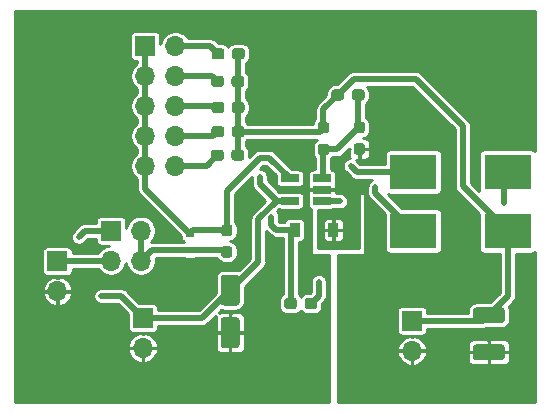
<source format=gbr>
%TF.GenerationSoftware,KiCad,Pcbnew,(5.1.10)-1*%
%TF.CreationDate,2021-10-06T11:29:50+02:00*%
%TF.ProjectId,board,626f6172-642e-46b6-9963-61645f706362,rev?*%
%TF.SameCoordinates,Original*%
%TF.FileFunction,Copper,L1,Top*%
%TF.FilePolarity,Positive*%
%FSLAX46Y46*%
G04 Gerber Fmt 4.6, Leading zero omitted, Abs format (unit mm)*
G04 Created by KiCad (PCBNEW (5.1.10)-1) date 2021-10-06 11:29:50*
%MOMM*%
%LPD*%
G01*
G04 APERTURE LIST*
%TA.AperFunction,SMDPad,CuDef*%
%ADD10R,0.700000X0.600000*%
%TD*%
%TA.AperFunction,SMDPad,CuDef*%
%ADD11R,0.900000X1.200000*%
%TD*%
%TA.AperFunction,ComponentPad*%
%ADD12R,1.700000X1.700000*%
%TD*%
%TA.AperFunction,ComponentPad*%
%ADD13O,1.700000X1.700000*%
%TD*%
%TA.AperFunction,SMDPad,CuDef*%
%ADD14R,4.000000X3.000000*%
%TD*%
%TA.AperFunction,SMDPad,CuDef*%
%ADD15R,1.560000X0.650000*%
%TD*%
%TA.AperFunction,ViaPad*%
%ADD16C,0.500000*%
%TD*%
%TA.AperFunction,ViaPad*%
%ADD17C,4.000000*%
%TD*%
%TA.AperFunction,Conductor*%
%ADD18C,0.500000*%
%TD*%
%TA.AperFunction,Conductor*%
%ADD19C,0.250000*%
%TD*%
%TA.AperFunction,Conductor*%
%ADD20C,0.254000*%
%TD*%
%TA.AperFunction,Conductor*%
%ADD21C,0.100000*%
%TD*%
G04 APERTURE END LIST*
%TO.P,C9,1*%
%TO.N,GND*%
%TA.AperFunction,SMDPad,CuDef*%
G36*
G01*
X113700001Y-104025000D02*
X111499999Y-104025000D01*
G75*
G02*
X111250000Y-103775001I0J249999D01*
G01*
X111250000Y-102949999D01*
G75*
G02*
X111499999Y-102700000I249999J0D01*
G01*
X113700001Y-102700000D01*
G75*
G02*
X113950000Y-102949999I0J-249999D01*
G01*
X113950000Y-103775001D01*
G75*
G02*
X113700001Y-104025000I-249999J0D01*
G01*
G37*
%TD.AperFunction*%
%TO.P,C9,2*%
%TO.N,~V_OUTPUT*%
%TA.AperFunction,SMDPad,CuDef*%
G36*
G01*
X113700001Y-100900000D02*
X111499999Y-100900000D01*
G75*
G02*
X111250000Y-100650001I0J249999D01*
G01*
X111250000Y-99824999D01*
G75*
G02*
X111499999Y-99575000I249999J0D01*
G01*
X113700001Y-99575000D01*
G75*
G02*
X113950000Y-99824999I0J-249999D01*
G01*
X113950000Y-100650001D01*
G75*
G02*
X113700001Y-100900000I-249999J0D01*
G01*
G37*
%TD.AperFunction*%
%TD*%
%TO.P,C1,1*%
%TO.N,V_INPUT*%
%TA.AperFunction,SMDPad,CuDef*%
G36*
G01*
X90150000Y-96810000D02*
X91250000Y-96810000D01*
G75*
G02*
X91500000Y-97060000I0J-250000D01*
G01*
X91500000Y-99160000D01*
G75*
G02*
X91250000Y-99410000I-250000J0D01*
G01*
X90150000Y-99410000D01*
G75*
G02*
X89900000Y-99160000I0J250000D01*
G01*
X89900000Y-97060000D01*
G75*
G02*
X90150000Y-96810000I250000J0D01*
G01*
G37*
%TD.AperFunction*%
%TO.P,C1,2*%
%TO.N,GND*%
%TA.AperFunction,SMDPad,CuDef*%
G36*
G01*
X90150000Y-100410000D02*
X91250000Y-100410000D01*
G75*
G02*
X91500000Y-100660000I0J-250000D01*
G01*
X91500000Y-102760000D01*
G75*
G02*
X91250000Y-103010000I-250000J0D01*
G01*
X90150000Y-103010000D01*
G75*
G02*
X89900000Y-102760000I0J250000D01*
G01*
X89900000Y-100660000D01*
G75*
G02*
X90150000Y-100410000I250000J0D01*
G01*
G37*
%TD.AperFunction*%
%TD*%
%TO.P,C2,1*%
%TO.N,~V_OUTPUT*%
%TA.AperFunction,SMDPad,CuDef*%
G36*
G01*
X91940000Y-77862500D02*
X91940000Y-78337500D01*
G75*
G02*
X91702500Y-78575000I-237500J0D01*
G01*
X91102500Y-78575000D01*
G75*
G02*
X90865000Y-78337500I0J237500D01*
G01*
X90865000Y-77862500D01*
G75*
G02*
X91102500Y-77625000I237500J0D01*
G01*
X91702500Y-77625000D01*
G75*
G02*
X91940000Y-77862500I0J-237500D01*
G01*
G37*
%TD.AperFunction*%
%TO.P,C2,2*%
%TO.N,Net-(C2-Pad2)*%
%TA.AperFunction,SMDPad,CuDef*%
G36*
G01*
X90215000Y-77862500D02*
X90215000Y-78337500D01*
G75*
G02*
X89977500Y-78575000I-237500J0D01*
G01*
X89377500Y-78575000D01*
G75*
G02*
X89140000Y-78337500I0J237500D01*
G01*
X89140000Y-77862500D01*
G75*
G02*
X89377500Y-77625000I237500J0D01*
G01*
X89977500Y-77625000D01*
G75*
G02*
X90215000Y-77862500I0J-237500D01*
G01*
G37*
%TD.AperFunction*%
%TD*%
%TO.P,C3,1*%
%TO.N,~V_OUTPUT*%
%TA.AperFunction,SMDPad,CuDef*%
G36*
G01*
X91890000Y-80202500D02*
X91890000Y-80677500D01*
G75*
G02*
X91652500Y-80915000I-237500J0D01*
G01*
X91052500Y-80915000D01*
G75*
G02*
X90815000Y-80677500I0J237500D01*
G01*
X90815000Y-80202500D01*
G75*
G02*
X91052500Y-79965000I237500J0D01*
G01*
X91652500Y-79965000D01*
G75*
G02*
X91890000Y-80202500I0J-237500D01*
G01*
G37*
%TD.AperFunction*%
%TO.P,C3,2*%
%TO.N,Net-(C3-Pad2)*%
%TA.AperFunction,SMDPad,CuDef*%
G36*
G01*
X90165000Y-80202500D02*
X90165000Y-80677500D01*
G75*
G02*
X89927500Y-80915000I-237500J0D01*
G01*
X89327500Y-80915000D01*
G75*
G02*
X89090000Y-80677500I0J237500D01*
G01*
X89090000Y-80202500D01*
G75*
G02*
X89327500Y-79965000I237500J0D01*
G01*
X89927500Y-79965000D01*
G75*
G02*
X90165000Y-80202500I0J-237500D01*
G01*
G37*
%TD.AperFunction*%
%TD*%
%TO.P,C4,1*%
%TO.N,~V_OUTPUT*%
%TA.AperFunction,SMDPad,CuDef*%
G36*
G01*
X91920000Y-82412500D02*
X91920000Y-82887500D01*
G75*
G02*
X91682500Y-83125000I-237500J0D01*
G01*
X91082500Y-83125000D01*
G75*
G02*
X90845000Y-82887500I0J237500D01*
G01*
X90845000Y-82412500D01*
G75*
G02*
X91082500Y-82175000I237500J0D01*
G01*
X91682500Y-82175000D01*
G75*
G02*
X91920000Y-82412500I0J-237500D01*
G01*
G37*
%TD.AperFunction*%
%TO.P,C4,2*%
%TO.N,Net-(C4-Pad2)*%
%TA.AperFunction,SMDPad,CuDef*%
G36*
G01*
X90195000Y-82412500D02*
X90195000Y-82887500D01*
G75*
G02*
X89957500Y-83125000I-237500J0D01*
G01*
X89357500Y-83125000D01*
G75*
G02*
X89120000Y-82887500I0J237500D01*
G01*
X89120000Y-82412500D01*
G75*
G02*
X89357500Y-82175000I237500J0D01*
G01*
X89957500Y-82175000D01*
G75*
G02*
X90195000Y-82412500I0J-237500D01*
G01*
G37*
%TD.AperFunction*%
%TD*%
%TO.P,C5,2*%
%TO.N,Net-(C5-Pad2)*%
%TA.AperFunction,SMDPad,CuDef*%
G36*
G01*
X90195000Y-84452500D02*
X90195000Y-84927500D01*
G75*
G02*
X89957500Y-85165000I-237500J0D01*
G01*
X89357500Y-85165000D01*
G75*
G02*
X89120000Y-84927500I0J237500D01*
G01*
X89120000Y-84452500D01*
G75*
G02*
X89357500Y-84215000I237500J0D01*
G01*
X89957500Y-84215000D01*
G75*
G02*
X90195000Y-84452500I0J-237500D01*
G01*
G37*
%TD.AperFunction*%
%TO.P,C5,1*%
%TO.N,~V_OUTPUT*%
%TA.AperFunction,SMDPad,CuDef*%
G36*
G01*
X91920000Y-84452500D02*
X91920000Y-84927500D01*
G75*
G02*
X91682500Y-85165000I-237500J0D01*
G01*
X91082500Y-85165000D01*
G75*
G02*
X90845000Y-84927500I0J237500D01*
G01*
X90845000Y-84452500D01*
G75*
G02*
X91082500Y-84215000I237500J0D01*
G01*
X91682500Y-84215000D01*
G75*
G02*
X91920000Y-84452500I0J-237500D01*
G01*
G37*
%TD.AperFunction*%
%TD*%
%TO.P,C6,1*%
%TO.N,~V_OUTPUT*%
%TA.AperFunction,SMDPad,CuDef*%
G36*
G01*
X91890000Y-86442500D02*
X91890000Y-86917500D01*
G75*
G02*
X91652500Y-87155000I-237500J0D01*
G01*
X91052500Y-87155000D01*
G75*
G02*
X90815000Y-86917500I0J237500D01*
G01*
X90815000Y-86442500D01*
G75*
G02*
X91052500Y-86205000I237500J0D01*
G01*
X91652500Y-86205000D01*
G75*
G02*
X91890000Y-86442500I0J-237500D01*
G01*
G37*
%TD.AperFunction*%
%TO.P,C6,2*%
%TO.N,Net-(C6-Pad2)*%
%TA.AperFunction,SMDPad,CuDef*%
G36*
G01*
X90165000Y-86442500D02*
X90165000Y-86917500D01*
G75*
G02*
X89927500Y-87155000I-237500J0D01*
G01*
X89327500Y-87155000D01*
G75*
G02*
X89090000Y-86917500I0J237500D01*
G01*
X89090000Y-86442500D01*
G75*
G02*
X89327500Y-86205000I237500J0D01*
G01*
X89927500Y-86205000D01*
G75*
G02*
X90165000Y-86442500I0J-237500D01*
G01*
G37*
%TD.AperFunction*%
%TD*%
%TO.P,C7,2*%
%TO.N,Net-(C7-Pad2)*%
%TA.AperFunction,SMDPad,CuDef*%
G36*
G01*
X97005000Y-99477500D02*
X97005000Y-99002500D01*
G75*
G02*
X97242500Y-98765000I237500J0D01*
G01*
X97842500Y-98765000D01*
G75*
G02*
X98080000Y-99002500I0J-237500D01*
G01*
X98080000Y-99477500D01*
G75*
G02*
X97842500Y-99715000I-237500J0D01*
G01*
X97242500Y-99715000D01*
G75*
G02*
X97005000Y-99477500I0J237500D01*
G01*
G37*
%TD.AperFunction*%
%TO.P,C7,1*%
%TO.N,Net-(C7-Pad1)*%
%TA.AperFunction,SMDPad,CuDef*%
G36*
G01*
X95280000Y-99477500D02*
X95280000Y-99002500D01*
G75*
G02*
X95517500Y-98765000I237500J0D01*
G01*
X96117500Y-98765000D01*
G75*
G02*
X96355000Y-99002500I0J-237500D01*
G01*
X96355000Y-99477500D01*
G75*
G02*
X96117500Y-99715000I-237500J0D01*
G01*
X95517500Y-99715000D01*
G75*
G02*
X95280000Y-99477500I0J237500D01*
G01*
G37*
%TD.AperFunction*%
%TD*%
%TO.P,C8,2*%
%TO.N,Net-(C8-Pad2)*%
%TA.AperFunction,SMDPad,CuDef*%
G36*
G01*
X101005000Y-81817500D02*
X101005000Y-81342500D01*
G75*
G02*
X101242500Y-81105000I237500J0D01*
G01*
X101842500Y-81105000D01*
G75*
G02*
X102080000Y-81342500I0J-237500D01*
G01*
X102080000Y-81817500D01*
G75*
G02*
X101842500Y-82055000I-237500J0D01*
G01*
X101242500Y-82055000D01*
G75*
G02*
X101005000Y-81817500I0J237500D01*
G01*
G37*
%TD.AperFunction*%
%TO.P,C8,1*%
%TO.N,~V_OUTPUT*%
%TA.AperFunction,SMDPad,CuDef*%
G36*
G01*
X99280000Y-81817500D02*
X99280000Y-81342500D01*
G75*
G02*
X99517500Y-81105000I237500J0D01*
G01*
X100117500Y-81105000D01*
G75*
G02*
X100355000Y-81342500I0J-237500D01*
G01*
X100355000Y-81817500D01*
G75*
G02*
X100117500Y-82055000I-237500J0D01*
G01*
X99517500Y-82055000D01*
G75*
G02*
X99280000Y-81817500I0J237500D01*
G01*
G37*
%TD.AperFunction*%
%TD*%
D10*
%TO.P,D1,2*%
%TO.N,Net-(D1-Pad2)*%
X87320000Y-93320000D03*
%TO.P,D1,1*%
%TO.N,Net-(D1-Pad1)*%
X87320000Y-94720000D03*
%TD*%
D11*
%TO.P,D2,1*%
%TO.N,GND*%
X99450000Y-93000000D03*
%TO.P,D2,2*%
%TO.N,Net-(C7-Pad1)*%
X96150000Y-93000000D03*
%TD*%
D12*
%TO.P,J1,1*%
%TO.N,V_INPUT*%
X83310000Y-100450000D03*
D13*
%TO.P,J1,2*%
%TO.N,GND*%
X83310000Y-102990000D03*
%TD*%
%TO.P,J2,2*%
%TO.N,GND*%
X76080000Y-98210000D03*
D12*
%TO.P,J2,1*%
%TO.N,~V_SHDN*%
X76080000Y-95670000D03*
%TD*%
%TO.P,J3,1*%
%TO.N,~V_OUTPUT*%
X106100000Y-100700000D03*
D13*
%TO.P,J3,2*%
%TO.N,GND*%
X106100000Y-103240000D03*
%TD*%
D12*
%TO.P,J4,1*%
%TO.N,V_INPUT*%
X80610000Y-93080000D03*
D13*
%TO.P,J4,2*%
%TO.N,Net-(D1-Pad1)*%
X83150000Y-93080000D03*
%TO.P,J4,3*%
%TO.N,~V_SHDN*%
X80610000Y-95620000D03*
%TO.P,J4,4*%
%TO.N,Net-(D1-Pad1)*%
X83150000Y-95620000D03*
%TD*%
D12*
%TO.P,J5,1*%
%TO.N,Net-(D1-Pad2)*%
X83520000Y-77440000D03*
D13*
%TO.P,J5,2*%
%TO.N,Net-(C2-Pad2)*%
X86060000Y-77440000D03*
%TO.P,J5,3*%
%TO.N,Net-(D1-Pad2)*%
X83520000Y-79980000D03*
%TO.P,J5,4*%
%TO.N,Net-(C3-Pad2)*%
X86060000Y-79980000D03*
%TO.P,J5,5*%
%TO.N,Net-(D1-Pad2)*%
X83520000Y-82520000D03*
%TO.P,J5,6*%
%TO.N,Net-(C4-Pad2)*%
X86060000Y-82520000D03*
%TO.P,J5,7*%
%TO.N,Net-(D1-Pad2)*%
X83520000Y-85060000D03*
%TO.P,J5,8*%
%TO.N,Net-(C5-Pad2)*%
X86060000Y-85060000D03*
%TO.P,J5,9*%
%TO.N,Net-(D1-Pad2)*%
X83520000Y-87600000D03*
%TO.P,J5,10*%
%TO.N,Net-(C6-Pad2)*%
X86060000Y-87600000D03*
%TD*%
D14*
%TO.P,L1,1*%
%TO.N,Net-(C7-Pad2)*%
X114200000Y-88100000D03*
%TO.P,L1,2*%
%TO.N,V_INPUT*%
X106200000Y-88100000D03*
%TO.P,L1,3*%
%TO.N,Net-(C7-Pad1)*%
X106200000Y-93100000D03*
%TO.P,L1,4*%
%TO.N,~V_OUTPUT*%
X114200000Y-93100000D03*
%TD*%
%TO.P,R1,1*%
%TO.N,Net-(D1-Pad2)*%
%TA.AperFunction,SMDPad,CuDef*%
G36*
G01*
X90182500Y-92562500D02*
X90657500Y-92562500D01*
G75*
G02*
X90895000Y-92800000I0J-237500D01*
G01*
X90895000Y-93300000D01*
G75*
G02*
X90657500Y-93537500I-237500J0D01*
G01*
X90182500Y-93537500D01*
G75*
G02*
X89945000Y-93300000I0J237500D01*
G01*
X89945000Y-92800000D01*
G75*
G02*
X90182500Y-92562500I237500J0D01*
G01*
G37*
%TD.AperFunction*%
%TO.P,R1,2*%
%TO.N,Net-(D1-Pad1)*%
%TA.AperFunction,SMDPad,CuDef*%
G36*
G01*
X90182500Y-94387500D02*
X90657500Y-94387500D01*
G75*
G02*
X90895000Y-94625000I0J-237500D01*
G01*
X90895000Y-95125000D01*
G75*
G02*
X90657500Y-95362500I-237500J0D01*
G01*
X90182500Y-95362500D01*
G75*
G02*
X89945000Y-95125000I0J237500D01*
G01*
X89945000Y-94625000D01*
G75*
G02*
X90182500Y-94387500I237500J0D01*
G01*
G37*
%TD.AperFunction*%
%TD*%
%TO.P,R2,1*%
%TO.N,~V_OUTPUT*%
%TA.AperFunction,SMDPad,CuDef*%
G36*
G01*
X98362500Y-83870000D02*
X98837500Y-83870000D01*
G75*
G02*
X99075000Y-84107500I0J-237500D01*
G01*
X99075000Y-84607500D01*
G75*
G02*
X98837500Y-84845000I-237500J0D01*
G01*
X98362500Y-84845000D01*
G75*
G02*
X98125000Y-84607500I0J237500D01*
G01*
X98125000Y-84107500D01*
G75*
G02*
X98362500Y-83870000I237500J0D01*
G01*
G37*
%TD.AperFunction*%
%TO.P,R2,2*%
%TO.N,Net-(C8-Pad2)*%
%TA.AperFunction,SMDPad,CuDef*%
G36*
G01*
X98362500Y-85695000D02*
X98837500Y-85695000D01*
G75*
G02*
X99075000Y-85932500I0J-237500D01*
G01*
X99075000Y-86432500D01*
G75*
G02*
X98837500Y-86670000I-237500J0D01*
G01*
X98362500Y-86670000D01*
G75*
G02*
X98125000Y-86432500I0J237500D01*
G01*
X98125000Y-85932500D01*
G75*
G02*
X98362500Y-85695000I237500J0D01*
G01*
G37*
%TD.AperFunction*%
%TD*%
%TO.P,R3,2*%
%TO.N,GND*%
%TA.AperFunction,SMDPad,CuDef*%
G36*
G01*
X101402500Y-85665000D02*
X101877500Y-85665000D01*
G75*
G02*
X102115000Y-85902500I0J-237500D01*
G01*
X102115000Y-86402500D01*
G75*
G02*
X101877500Y-86640000I-237500J0D01*
G01*
X101402500Y-86640000D01*
G75*
G02*
X101165000Y-86402500I0J237500D01*
G01*
X101165000Y-85902500D01*
G75*
G02*
X101402500Y-85665000I237500J0D01*
G01*
G37*
%TD.AperFunction*%
%TO.P,R3,1*%
%TO.N,Net-(C8-Pad2)*%
%TA.AperFunction,SMDPad,CuDef*%
G36*
G01*
X101402500Y-83840000D02*
X101877500Y-83840000D01*
G75*
G02*
X102115000Y-84077500I0J-237500D01*
G01*
X102115000Y-84577500D01*
G75*
G02*
X101877500Y-84815000I-237500J0D01*
G01*
X101402500Y-84815000D01*
G75*
G02*
X101165000Y-84577500I0J237500D01*
G01*
X101165000Y-84077500D01*
G75*
G02*
X101402500Y-83840000I237500J0D01*
G01*
G37*
%TD.AperFunction*%
%TD*%
D15*
%TO.P,VR1,1*%
%TO.N,Net-(C7-Pad2)*%
X98470000Y-90540000D03*
%TO.P,VR1,2*%
%TO.N,GND*%
X98470000Y-89590000D03*
%TO.P,VR1,3*%
%TO.N,Net-(C8-Pad2)*%
X98470000Y-88640000D03*
%TO.P,VR1,4*%
%TO.N,Net-(D1-Pad2)*%
X95770000Y-88640000D03*
%TO.P,VR1,5*%
%TO.N,V_INPUT*%
X95770000Y-90540000D03*
%TD*%
D16*
%TO.N,V_INPUT*%
X100900000Y-87600000D03*
X93200000Y-88500000D03*
X77900000Y-93600000D03*
X79800000Y-98600000D03*
D17*
%TO.N,GND*%
X77000000Y-84000000D03*
X111000000Y-81000000D03*
X96000000Y-104000000D03*
D16*
%TO.N,Net-(C7-Pad2)*%
X98200000Y-97400000D03*
X100000000Y-90600000D03*
X113900000Y-90700000D03*
%TO.N,Net-(C7-Pad1)*%
X103000000Y-89400000D03*
X94200000Y-91900000D03*
%TD*%
D18*
%TO.N,V_INPUT*%
X90700000Y-98110000D02*
X93100000Y-95710000D01*
X94640748Y-90540000D02*
X95770000Y-90540000D01*
X93100000Y-92080748D02*
X94640748Y-90540000D01*
X93100000Y-95710000D02*
X93100000Y-92080748D01*
X101400000Y-88100000D02*
X100900000Y-87600000D01*
X106200000Y-88100000D02*
X101400000Y-88100000D01*
X93200000Y-89099252D02*
X94640748Y-90540000D01*
X93200000Y-88500000D02*
X93200000Y-89099252D01*
X78420000Y-93080000D02*
X77900000Y-93600000D01*
X80610000Y-93080000D02*
X78420000Y-93080000D01*
X81460000Y-98600000D02*
X83310000Y-100450000D01*
X79800000Y-98600000D02*
X81460000Y-98600000D01*
X88360000Y-100450000D02*
X90700000Y-98110000D01*
X83310000Y-100450000D02*
X88360000Y-100450000D01*
%TO.N,~V_OUTPUT*%
X91402500Y-80390000D02*
X91352500Y-80440000D01*
X91402500Y-78100000D02*
X91402500Y-80390000D01*
X91352500Y-80440000D02*
X91352500Y-86680000D01*
X98267500Y-84690000D02*
X98600000Y-84357500D01*
X91382500Y-84690000D02*
X98267500Y-84690000D01*
X98600000Y-82797500D02*
X99817500Y-81580000D01*
X98600000Y-84357500D02*
X98600000Y-82797500D01*
X99817500Y-81580000D02*
X101197500Y-80200000D01*
X101197500Y-80200000D02*
X106400000Y-80200000D01*
X106400000Y-80200000D02*
X110400000Y-84200000D01*
X110400000Y-89300000D02*
X114200000Y-93100000D01*
X110400000Y-84200000D02*
X110400000Y-89300000D01*
X114200000Y-98637500D02*
X112600000Y-100237500D01*
X114200000Y-93100000D02*
X114200000Y-98637500D01*
X112137500Y-100700000D02*
X112600000Y-100237500D01*
X106100000Y-100700000D02*
X112137500Y-100700000D01*
%TO.N,Net-(C2-Pad2)*%
X89017500Y-77440000D02*
X89677500Y-78100000D01*
X86060000Y-77440000D02*
X89017500Y-77440000D01*
%TO.N,Net-(C3-Pad2)*%
X89167500Y-79980000D02*
X89627500Y-80440000D01*
X86060000Y-79980000D02*
X89167500Y-79980000D01*
%TO.N,Net-(C4-Pad2)*%
X89527500Y-82520000D02*
X89657500Y-82650000D01*
X86060000Y-82520000D02*
X89527500Y-82520000D01*
%TO.N,Net-(C5-Pad2)*%
X89287500Y-85060000D02*
X89657500Y-84690000D01*
X86060000Y-85060000D02*
X89287500Y-85060000D01*
%TO.N,Net-(C6-Pad2)*%
X88707500Y-87600000D02*
X89627500Y-86680000D01*
X86060000Y-87600000D02*
X88707500Y-87600000D01*
%TO.N,Net-(C7-Pad2)*%
X98200000Y-98582500D02*
X97542500Y-99240000D01*
X98200000Y-97400000D02*
X98200000Y-98582500D01*
X99940000Y-90540000D02*
X100000000Y-90600000D01*
X98470000Y-90540000D02*
X99940000Y-90540000D01*
X113900000Y-88400000D02*
X114200000Y-88100000D01*
X113900000Y-90700000D02*
X113900000Y-88400000D01*
%TO.N,Net-(C7-Pad1)*%
X95817500Y-93332500D02*
X96150000Y-93000000D01*
X95817500Y-99240000D02*
X95817500Y-93332500D01*
X94200000Y-91900000D02*
X94200000Y-92600000D01*
X94600000Y-93000000D02*
X96150000Y-93000000D01*
X94200000Y-92600000D02*
X94600000Y-93000000D01*
X103000000Y-89900000D02*
X106200000Y-93100000D01*
X103000000Y-89400000D02*
X103000000Y-89900000D01*
%TO.N,Net-(C8-Pad2)*%
X101542500Y-84230000D02*
X101640000Y-84327500D01*
X101542500Y-81580000D02*
X101542500Y-84230000D01*
X99785000Y-86182500D02*
X101640000Y-84327500D01*
X98600000Y-86182500D02*
X99785000Y-86182500D01*
X98600000Y-88510000D02*
X98470000Y-88640000D01*
X98600000Y-86182500D02*
X98600000Y-88510000D01*
D19*
%TO.N,Net-(D1-Pad2)*%
X90150000Y-93320000D02*
X90420000Y-93050000D01*
D18*
X94030000Y-86900000D02*
X95770000Y-88640000D01*
X93200000Y-86900000D02*
X94030000Y-86900000D01*
X90420000Y-89680000D02*
X93200000Y-86900000D01*
X90420000Y-93050000D02*
X90420000Y-89680000D01*
X87590000Y-93050000D02*
X87320000Y-93320000D01*
X90420000Y-93050000D02*
X87590000Y-93050000D01*
X83520000Y-89520000D02*
X87320000Y-93320000D01*
X83520000Y-87600000D02*
X83520000Y-89520000D01*
X83520000Y-77440000D02*
X83520000Y-87600000D01*
%TO.N,Net-(D1-Pad1)*%
X84050000Y-94720000D02*
X83150000Y-95620000D01*
X87320000Y-94720000D02*
X84050000Y-94720000D01*
X83150000Y-93080000D02*
X83150000Y-95620000D01*
X90265000Y-94720000D02*
X90420000Y-94875000D01*
X87320000Y-94720000D02*
X90265000Y-94720000D01*
%TO.N,~V_SHDN*%
X80160000Y-95170000D02*
X80610000Y-95620000D01*
X80560000Y-95670000D02*
X80610000Y-95620000D01*
X76080000Y-95670000D02*
X80560000Y-95670000D01*
%TD*%
D20*
%TO.N,GND*%
X116548000Y-86350957D02*
X116503395Y-86296605D01*
X116438376Y-86243245D01*
X116364196Y-86203595D01*
X116283707Y-86179178D01*
X116200000Y-86170934D01*
X112200000Y-86170934D01*
X112116293Y-86179178D01*
X112035804Y-86203595D01*
X111961624Y-86243245D01*
X111896605Y-86296605D01*
X111843245Y-86361624D01*
X111803595Y-86435804D01*
X111779178Y-86516293D01*
X111770934Y-86600000D01*
X111770934Y-89600000D01*
X111779178Y-89683707D01*
X111795747Y-89738324D01*
X111077000Y-89019578D01*
X111077000Y-84233241D01*
X111080274Y-84199999D01*
X111077000Y-84166757D01*
X111077000Y-84166748D01*
X111067204Y-84067285D01*
X111028492Y-83939670D01*
X110965628Y-83822059D01*
X110881026Y-83718973D01*
X110855200Y-83697778D01*
X106902226Y-79744804D01*
X106881027Y-79718973D01*
X106777941Y-79634372D01*
X106660330Y-79571508D01*
X106532715Y-79532796D01*
X106433252Y-79523000D01*
X106433245Y-79523000D01*
X106400000Y-79519726D01*
X106366755Y-79523000D01*
X101230752Y-79523000D01*
X101197500Y-79519725D01*
X101164248Y-79523000D01*
X101064785Y-79532796D01*
X100937170Y-79571508D01*
X100819559Y-79634372D01*
X100716473Y-79718973D01*
X100695278Y-79744799D01*
X99764144Y-80675934D01*
X99517500Y-80675934D01*
X99387459Y-80688742D01*
X99262416Y-80726673D01*
X99147176Y-80788271D01*
X99046167Y-80871167D01*
X98963271Y-80972176D01*
X98901673Y-81087416D01*
X98863742Y-81212459D01*
X98850934Y-81342500D01*
X98850934Y-81589144D01*
X98144800Y-82295278D01*
X98118974Y-82316473D01*
X98097779Y-82342299D01*
X98097776Y-82342302D01*
X98034372Y-82419560D01*
X97971508Y-82537171D01*
X97932796Y-82664786D01*
X97919726Y-82797500D01*
X97923001Y-82830754D01*
X97923000Y-83610042D01*
X97891167Y-83636167D01*
X97808271Y-83737176D01*
X97746673Y-83852416D01*
X97708742Y-83977459D01*
X97705241Y-84013000D01*
X92179958Y-84013000D01*
X92153833Y-83981167D01*
X92052824Y-83898271D01*
X92029500Y-83885804D01*
X92029500Y-83454196D01*
X92052824Y-83441729D01*
X92153833Y-83358833D01*
X92236729Y-83257824D01*
X92298327Y-83142584D01*
X92336258Y-83017541D01*
X92349066Y-82887500D01*
X92349066Y-82412500D01*
X92336258Y-82282459D01*
X92298327Y-82157416D01*
X92236729Y-82042176D01*
X92153833Y-81941167D01*
X92052824Y-81858271D01*
X92029500Y-81845804D01*
X92029500Y-81226250D01*
X92123833Y-81148833D01*
X92206729Y-81047824D01*
X92268327Y-80932584D01*
X92306258Y-80807541D01*
X92319066Y-80677500D01*
X92319066Y-80202500D01*
X92306258Y-80072459D01*
X92268327Y-79947416D01*
X92206729Y-79832176D01*
X92123833Y-79731167D01*
X92079500Y-79694784D01*
X92079500Y-78886250D01*
X92173833Y-78808833D01*
X92256729Y-78707824D01*
X92318327Y-78592584D01*
X92356258Y-78467541D01*
X92369066Y-78337500D01*
X92369066Y-77862500D01*
X92356258Y-77732459D01*
X92318327Y-77607416D01*
X92256729Y-77492176D01*
X92173833Y-77391167D01*
X92072824Y-77308271D01*
X91957584Y-77246673D01*
X91832541Y-77208742D01*
X91702500Y-77195934D01*
X91102500Y-77195934D01*
X90972459Y-77208742D01*
X90847416Y-77246673D01*
X90732176Y-77308271D01*
X90631167Y-77391167D01*
X90548271Y-77492176D01*
X90540000Y-77507650D01*
X90531729Y-77492176D01*
X90448833Y-77391167D01*
X90347824Y-77308271D01*
X90232584Y-77246673D01*
X90107541Y-77208742D01*
X89977500Y-77195934D01*
X89730856Y-77195934D01*
X89519726Y-76984804D01*
X89498527Y-76958973D01*
X89395441Y-76874372D01*
X89277830Y-76811508D01*
X89150215Y-76772796D01*
X89050752Y-76763000D01*
X89050745Y-76763000D01*
X89017500Y-76759726D01*
X88984255Y-76763000D01*
X87143478Y-76763000D01*
X87051911Y-76625960D01*
X86874040Y-76448089D01*
X86664886Y-76308337D01*
X86432487Y-76212074D01*
X86185774Y-76163000D01*
X85934226Y-76163000D01*
X85687513Y-76212074D01*
X85455114Y-76308337D01*
X85245960Y-76448089D01*
X85068089Y-76625960D01*
X84928337Y-76835114D01*
X84832074Y-77067513D01*
X84799066Y-77233456D01*
X84799066Y-76590000D01*
X84790822Y-76506293D01*
X84766405Y-76425804D01*
X84726755Y-76351624D01*
X84673395Y-76286605D01*
X84608376Y-76233245D01*
X84534196Y-76193595D01*
X84453707Y-76169178D01*
X84370000Y-76160934D01*
X82670000Y-76160934D01*
X82586293Y-76169178D01*
X82505804Y-76193595D01*
X82431624Y-76233245D01*
X82366605Y-76286605D01*
X82313245Y-76351624D01*
X82273595Y-76425804D01*
X82249178Y-76506293D01*
X82240934Y-76590000D01*
X82240934Y-78290000D01*
X82249178Y-78373707D01*
X82273595Y-78454196D01*
X82313245Y-78528376D01*
X82366605Y-78593395D01*
X82431624Y-78646755D01*
X82505804Y-78686405D01*
X82586293Y-78710822D01*
X82670000Y-78719066D01*
X82843000Y-78719066D01*
X82843000Y-78896522D01*
X82705960Y-78988089D01*
X82528089Y-79165960D01*
X82388337Y-79375114D01*
X82292074Y-79607513D01*
X82243000Y-79854226D01*
X82243000Y-80105774D01*
X82292074Y-80352487D01*
X82388337Y-80584886D01*
X82528089Y-80794040D01*
X82705960Y-80971911D01*
X82843000Y-81063478D01*
X82843000Y-81436522D01*
X82705960Y-81528089D01*
X82528089Y-81705960D01*
X82388337Y-81915114D01*
X82292074Y-82147513D01*
X82243000Y-82394226D01*
X82243000Y-82645774D01*
X82292074Y-82892487D01*
X82388337Y-83124886D01*
X82528089Y-83334040D01*
X82705960Y-83511911D01*
X82843001Y-83603478D01*
X82843001Y-83976522D01*
X82705960Y-84068089D01*
X82528089Y-84245960D01*
X82388337Y-84455114D01*
X82292074Y-84687513D01*
X82243000Y-84934226D01*
X82243000Y-85185774D01*
X82292074Y-85432487D01*
X82388337Y-85664886D01*
X82528089Y-85874040D01*
X82705960Y-86051911D01*
X82843001Y-86143479D01*
X82843001Y-86516521D01*
X82705960Y-86608089D01*
X82528089Y-86785960D01*
X82388337Y-86995114D01*
X82292074Y-87227513D01*
X82243000Y-87474226D01*
X82243000Y-87725774D01*
X82292074Y-87972487D01*
X82388337Y-88204886D01*
X82528089Y-88414040D01*
X82705960Y-88591911D01*
X82843001Y-88683478D01*
X82843001Y-89486746D01*
X82839726Y-89520000D01*
X82852796Y-89652714D01*
X82891508Y-89780329D01*
X82954372Y-89897940D01*
X83017776Y-89975198D01*
X83017779Y-89975201D01*
X83038974Y-90001027D01*
X83064800Y-90022222D01*
X86540934Y-93498357D01*
X86540934Y-93620000D01*
X86549178Y-93703707D01*
X86573595Y-93784196D01*
X86613245Y-93858376D01*
X86666605Y-93923395D01*
X86731624Y-93976755D01*
X86805804Y-94016405D01*
X86817655Y-94020000D01*
X86805804Y-94023595D01*
X86769500Y-94043000D01*
X84083241Y-94043000D01*
X84049999Y-94039726D01*
X84016757Y-94043000D01*
X84016748Y-94043000D01*
X83990351Y-94045600D01*
X84141911Y-93894040D01*
X84281663Y-93684886D01*
X84377926Y-93452487D01*
X84427000Y-93205774D01*
X84427000Y-92954226D01*
X84377926Y-92707513D01*
X84281663Y-92475114D01*
X84141911Y-92265960D01*
X83964040Y-92088089D01*
X83754886Y-91948337D01*
X83522487Y-91852074D01*
X83275774Y-91803000D01*
X83024226Y-91803000D01*
X82777513Y-91852074D01*
X82545114Y-91948337D01*
X82335960Y-92088089D01*
X82158089Y-92265960D01*
X82018337Y-92475114D01*
X81922074Y-92707513D01*
X81889066Y-92873456D01*
X81889066Y-92230000D01*
X81880822Y-92146293D01*
X81856405Y-92065804D01*
X81816755Y-91991624D01*
X81763395Y-91926605D01*
X81698376Y-91873245D01*
X81624196Y-91833595D01*
X81543707Y-91809178D01*
X81460000Y-91800934D01*
X79760000Y-91800934D01*
X79676293Y-91809178D01*
X79595804Y-91833595D01*
X79521624Y-91873245D01*
X79456605Y-91926605D01*
X79403245Y-91991624D01*
X79363595Y-92065804D01*
X79339178Y-92146293D01*
X79330934Y-92230000D01*
X79330934Y-92403000D01*
X78453244Y-92403000D01*
X78419999Y-92399726D01*
X78386754Y-92403000D01*
X78386748Y-92403000D01*
X78287285Y-92412796D01*
X78159670Y-92451508D01*
X78042059Y-92514372D01*
X77938973Y-92598973D01*
X77917774Y-92624804D01*
X77468440Y-93074138D01*
X77468437Y-93074140D01*
X77374140Y-93168437D01*
X77355565Y-93196236D01*
X77334372Y-93222060D01*
X77318625Y-93251520D01*
X77300050Y-93279320D01*
X77287254Y-93310212D01*
X77271508Y-93339671D01*
X77261812Y-93371634D01*
X77249016Y-93402526D01*
X77242493Y-93435318D01*
X77232796Y-93467286D01*
X77229522Y-93500533D01*
X77223000Y-93533321D01*
X77223000Y-93566755D01*
X77219726Y-93600000D01*
X77223000Y-93633245D01*
X77223000Y-93666679D01*
X77229522Y-93699467D01*
X77232796Y-93732714D01*
X77242493Y-93764682D01*
X77249016Y-93797474D01*
X77261812Y-93828366D01*
X77271508Y-93860329D01*
X77287254Y-93889788D01*
X77300050Y-93920680D01*
X77318625Y-93948480D01*
X77334372Y-93977940D01*
X77355566Y-94003765D01*
X77374140Y-94031563D01*
X77397779Y-94055202D01*
X77418973Y-94081027D01*
X77444798Y-94102221D01*
X77468437Y-94125860D01*
X77496235Y-94144434D01*
X77522060Y-94165628D01*
X77551520Y-94181375D01*
X77579320Y-94199950D01*
X77610212Y-94212746D01*
X77639671Y-94228492D01*
X77671634Y-94238188D01*
X77702526Y-94250984D01*
X77735318Y-94257507D01*
X77767286Y-94267204D01*
X77800533Y-94270478D01*
X77833321Y-94277000D01*
X77866755Y-94277000D01*
X77900000Y-94280274D01*
X77933245Y-94277000D01*
X77966679Y-94277000D01*
X77999467Y-94270478D01*
X78032714Y-94267204D01*
X78064682Y-94257507D01*
X78097474Y-94250984D01*
X78128366Y-94238188D01*
X78160329Y-94228492D01*
X78189788Y-94212746D01*
X78220680Y-94199950D01*
X78248480Y-94181375D01*
X78277940Y-94165628D01*
X78303764Y-94144435D01*
X78331563Y-94125860D01*
X78425860Y-94031563D01*
X78425862Y-94031560D01*
X78700422Y-93757000D01*
X79330934Y-93757000D01*
X79330934Y-93930000D01*
X79339178Y-94013707D01*
X79363595Y-94094196D01*
X79403245Y-94168376D01*
X79456605Y-94233395D01*
X79521624Y-94286755D01*
X79595804Y-94326405D01*
X79676293Y-94350822D01*
X79760000Y-94359066D01*
X80403456Y-94359066D01*
X80237513Y-94392074D01*
X80005114Y-94488337D01*
X79947046Y-94527137D01*
X79899671Y-94541508D01*
X79782060Y-94604372D01*
X79678973Y-94688973D01*
X79594372Y-94792060D01*
X79531508Y-94909671D01*
X79517137Y-94957046D01*
X79493113Y-94993000D01*
X77359066Y-94993000D01*
X77359066Y-94820000D01*
X77350822Y-94736293D01*
X77326405Y-94655804D01*
X77286755Y-94581624D01*
X77233395Y-94516605D01*
X77168376Y-94463245D01*
X77094196Y-94423595D01*
X77013707Y-94399178D01*
X76930000Y-94390934D01*
X75230000Y-94390934D01*
X75146293Y-94399178D01*
X75065804Y-94423595D01*
X74991624Y-94463245D01*
X74926605Y-94516605D01*
X74873245Y-94581624D01*
X74833595Y-94655804D01*
X74809178Y-94736293D01*
X74800934Y-94820000D01*
X74800934Y-96520000D01*
X74809178Y-96603707D01*
X74833595Y-96684196D01*
X74873245Y-96758376D01*
X74926605Y-96823395D01*
X74991624Y-96876755D01*
X75065804Y-96916405D01*
X75146293Y-96940822D01*
X75230000Y-96949066D01*
X76056998Y-96949066D01*
X76056998Y-97039955D01*
X75857549Y-96952523D01*
X75616502Y-97020083D01*
X75393267Y-97133371D01*
X75196422Y-97288033D01*
X75033533Y-97478126D01*
X74910859Y-97696344D01*
X74833114Y-97934302D01*
X74822524Y-97987549D01*
X74909976Y-98187000D01*
X76057000Y-98187000D01*
X76057000Y-98167000D01*
X76103000Y-98167000D01*
X76103000Y-98187000D01*
X77250024Y-98187000D01*
X77337476Y-97987549D01*
X77326886Y-97934302D01*
X77249141Y-97696344D01*
X77126467Y-97478126D01*
X76963578Y-97288033D01*
X76766733Y-97133371D01*
X76543498Y-97020083D01*
X76302451Y-96952523D01*
X76103002Y-97039955D01*
X76103002Y-96949066D01*
X76930000Y-96949066D01*
X77013707Y-96940822D01*
X77094196Y-96916405D01*
X77168376Y-96876755D01*
X77233395Y-96823395D01*
X77286755Y-96758376D01*
X77326405Y-96684196D01*
X77350822Y-96603707D01*
X77359066Y-96520000D01*
X77359066Y-96347000D01*
X79559931Y-96347000D01*
X79618089Y-96434040D01*
X79795960Y-96611911D01*
X80005114Y-96751663D01*
X80237513Y-96847926D01*
X80484226Y-96897000D01*
X80735774Y-96897000D01*
X80982487Y-96847926D01*
X81214886Y-96751663D01*
X81424040Y-96611911D01*
X81601911Y-96434040D01*
X81741663Y-96224886D01*
X81837926Y-95992487D01*
X81880000Y-95780966D01*
X81922074Y-95992487D01*
X82018337Y-96224886D01*
X82158089Y-96434040D01*
X82335960Y-96611911D01*
X82545114Y-96751663D01*
X82777513Y-96847926D01*
X83024226Y-96897000D01*
X83275774Y-96897000D01*
X83522487Y-96847926D01*
X83754886Y-96751663D01*
X83964040Y-96611911D01*
X84141911Y-96434040D01*
X84281663Y-96224886D01*
X84377926Y-95992487D01*
X84427000Y-95745774D01*
X84427000Y-95494226D01*
X84407661Y-95397000D01*
X86769500Y-95397000D01*
X86805804Y-95416405D01*
X86886293Y-95440822D01*
X86970000Y-95449066D01*
X87670000Y-95449066D01*
X87753707Y-95440822D01*
X87834196Y-95416405D01*
X87870500Y-95397000D01*
X89575715Y-95397000D01*
X89628271Y-95495324D01*
X89711167Y-95596333D01*
X89812176Y-95679229D01*
X89927416Y-95740827D01*
X90052459Y-95778758D01*
X90182500Y-95791566D01*
X90657500Y-95791566D01*
X90787541Y-95778758D01*
X90912584Y-95740827D01*
X91027824Y-95679229D01*
X91128833Y-95596333D01*
X91211729Y-95495324D01*
X91273327Y-95380084D01*
X91311258Y-95255041D01*
X91324066Y-95125000D01*
X91324066Y-94625000D01*
X91311258Y-94494959D01*
X91273327Y-94369916D01*
X91211729Y-94254676D01*
X91128833Y-94153667D01*
X91027824Y-94070771D01*
X90912584Y-94009173D01*
X90787541Y-93971242D01*
X90698783Y-93962500D01*
X90787541Y-93953758D01*
X90912584Y-93915827D01*
X91027824Y-93854229D01*
X91128833Y-93771333D01*
X91211729Y-93670324D01*
X91273327Y-93555084D01*
X91311258Y-93430041D01*
X91324066Y-93300000D01*
X91324066Y-92800000D01*
X91311258Y-92669959D01*
X91273327Y-92544916D01*
X91211729Y-92429676D01*
X91128833Y-92328667D01*
X91097000Y-92302542D01*
X91097000Y-89960422D01*
X92523000Y-88534423D01*
X92523000Y-89066007D01*
X92519726Y-89099252D01*
X92523000Y-89132497D01*
X92523000Y-89132504D01*
X92532796Y-89231967D01*
X92571508Y-89359582D01*
X92603253Y-89418973D01*
X92634372Y-89477192D01*
X92697776Y-89554450D01*
X92697779Y-89554453D01*
X92718974Y-89580279D01*
X92744800Y-89601474D01*
X93683326Y-90540000D01*
X92644800Y-91578526D01*
X92618974Y-91599721D01*
X92597779Y-91625547D01*
X92597776Y-91625550D01*
X92534372Y-91702808D01*
X92471508Y-91820419D01*
X92432796Y-91948034D01*
X92419726Y-92080748D01*
X92423001Y-92114002D01*
X92423000Y-95429577D01*
X91440880Y-96411698D01*
X91382479Y-96393982D01*
X91250000Y-96380934D01*
X90150000Y-96380934D01*
X90017521Y-96393982D01*
X89890133Y-96432625D01*
X89772731Y-96495377D01*
X89669828Y-96579828D01*
X89585377Y-96682731D01*
X89522625Y-96800133D01*
X89483982Y-96927521D01*
X89470934Y-97060000D01*
X89470934Y-98381643D01*
X88079578Y-99773000D01*
X84589066Y-99773000D01*
X84589066Y-99600000D01*
X84580822Y-99516293D01*
X84556405Y-99435804D01*
X84516755Y-99361624D01*
X84463395Y-99296605D01*
X84398376Y-99243245D01*
X84324196Y-99203595D01*
X84243707Y-99179178D01*
X84160000Y-99170934D01*
X82988356Y-99170934D01*
X81962226Y-98144804D01*
X81941027Y-98118973D01*
X81837941Y-98034372D01*
X81720330Y-97971508D01*
X81592715Y-97932796D01*
X81493252Y-97923000D01*
X81493245Y-97923000D01*
X81460000Y-97919726D01*
X81426755Y-97923000D01*
X79733321Y-97923000D01*
X79700536Y-97929521D01*
X79667285Y-97932796D01*
X79635315Y-97942494D01*
X79602526Y-97949016D01*
X79571636Y-97961811D01*
X79539670Y-97971508D01*
X79510208Y-97987256D01*
X79479320Y-98000050D01*
X79451524Y-98018623D01*
X79422059Y-98034372D01*
X79396231Y-98055568D01*
X79368437Y-98074140D01*
X79344801Y-98097776D01*
X79318973Y-98118973D01*
X79297778Y-98144799D01*
X79274140Y-98168437D01*
X79255568Y-98196231D01*
X79234372Y-98222059D01*
X79218623Y-98251524D01*
X79200050Y-98279320D01*
X79187256Y-98310208D01*
X79171508Y-98339670D01*
X79161811Y-98371636D01*
X79149016Y-98402526D01*
X79142494Y-98435315D01*
X79132796Y-98467285D01*
X79129521Y-98500536D01*
X79123000Y-98533321D01*
X79123000Y-98566748D01*
X79119725Y-98600000D01*
X79123000Y-98633252D01*
X79123000Y-98666679D01*
X79129521Y-98699464D01*
X79132796Y-98732715D01*
X79142494Y-98764685D01*
X79149016Y-98797474D01*
X79161811Y-98828364D01*
X79171508Y-98860330D01*
X79187256Y-98889792D01*
X79200050Y-98920680D01*
X79218623Y-98948476D01*
X79234372Y-98977941D01*
X79255568Y-99003769D01*
X79274140Y-99031563D01*
X79297778Y-99055201D01*
X79318973Y-99081027D01*
X79344799Y-99102222D01*
X79368437Y-99125860D01*
X79396231Y-99144432D01*
X79422059Y-99165628D01*
X79451524Y-99181377D01*
X79479320Y-99199950D01*
X79510208Y-99212744D01*
X79539670Y-99228492D01*
X79571636Y-99238189D01*
X79602526Y-99250984D01*
X79635315Y-99257506D01*
X79667285Y-99267204D01*
X79700536Y-99270479D01*
X79733321Y-99277000D01*
X81179578Y-99277000D01*
X82030934Y-100128356D01*
X82030934Y-101300000D01*
X82039178Y-101383707D01*
X82063595Y-101464196D01*
X82103245Y-101538376D01*
X82156605Y-101603395D01*
X82221624Y-101656755D01*
X82295804Y-101696405D01*
X82376293Y-101720822D01*
X82460000Y-101729066D01*
X83286998Y-101729066D01*
X83286998Y-101819955D01*
X83087549Y-101732523D01*
X82846502Y-101800083D01*
X82623267Y-101913371D01*
X82426422Y-102068033D01*
X82263533Y-102258126D01*
X82140859Y-102476344D01*
X82063114Y-102714302D01*
X82052524Y-102767549D01*
X82139976Y-102967000D01*
X83287000Y-102967000D01*
X83287000Y-102947000D01*
X83333000Y-102947000D01*
X83333000Y-102967000D01*
X84480024Y-102967000D01*
X84567476Y-102767549D01*
X84556886Y-102714302D01*
X84479141Y-102476344D01*
X84356467Y-102258126D01*
X84193578Y-102068033D01*
X83996733Y-101913371D01*
X83773498Y-101800083D01*
X83532451Y-101732523D01*
X83333002Y-101819955D01*
X83333002Y-101729066D01*
X84160000Y-101729066D01*
X84243707Y-101720822D01*
X84324196Y-101696405D01*
X84398376Y-101656755D01*
X84463395Y-101603395D01*
X84516755Y-101538376D01*
X84556405Y-101464196D01*
X84580822Y-101383707D01*
X84589066Y-101300000D01*
X84589066Y-101127000D01*
X88326755Y-101127000D01*
X88360000Y-101130274D01*
X88393245Y-101127000D01*
X88393252Y-101127000D01*
X88492715Y-101117204D01*
X88620330Y-101078492D01*
X88737941Y-101015628D01*
X88841027Y-100931027D01*
X88862226Y-100905196D01*
X89495747Y-100271676D01*
X89479178Y-100326293D01*
X89470934Y-100410000D01*
X89473000Y-101580250D01*
X89579750Y-101687000D01*
X90677000Y-101687000D01*
X90677000Y-100089750D01*
X90723000Y-100089750D01*
X90723000Y-101687000D01*
X91820250Y-101687000D01*
X91927000Y-101580250D01*
X91929066Y-100410000D01*
X91920822Y-100326293D01*
X91896405Y-100245804D01*
X91856755Y-100171624D01*
X91803395Y-100106605D01*
X91738376Y-100053245D01*
X91664196Y-100013595D01*
X91583707Y-99989178D01*
X91500000Y-99980934D01*
X90829750Y-99983000D01*
X90723000Y-100089750D01*
X90677000Y-100089750D01*
X90570250Y-99983000D01*
X89900000Y-99980934D01*
X89816293Y-99989178D01*
X89761676Y-100005747D01*
X89959120Y-99808302D01*
X90017521Y-99826018D01*
X90150000Y-99839066D01*
X91250000Y-99839066D01*
X91382479Y-99826018D01*
X91509867Y-99787375D01*
X91627269Y-99724623D01*
X91730172Y-99640172D01*
X91814623Y-99537269D01*
X91877375Y-99419867D01*
X91916018Y-99292479D01*
X91929066Y-99160000D01*
X91929066Y-97838356D01*
X93555206Y-96212217D01*
X93581026Y-96191027D01*
X93602218Y-96165205D01*
X93602224Y-96165199D01*
X93665628Y-96087941D01*
X93728492Y-95970330D01*
X93767204Y-95842715D01*
X93780275Y-95710000D01*
X93777000Y-95676748D01*
X93777000Y-93134422D01*
X94097769Y-93455191D01*
X94118973Y-93481027D01*
X94222059Y-93565628D01*
X94339670Y-93628492D01*
X94467285Y-93667204D01*
X94566748Y-93677000D01*
X94566757Y-93677000D01*
X94599999Y-93680274D01*
X94633241Y-93677000D01*
X95140501Y-93677000D01*
X95140500Y-98453750D01*
X95046167Y-98531167D01*
X94963271Y-98632176D01*
X94901673Y-98747416D01*
X94863742Y-98872459D01*
X94850934Y-99002500D01*
X94850934Y-99477500D01*
X94863742Y-99607541D01*
X94901673Y-99732584D01*
X94963271Y-99847824D01*
X95046167Y-99948833D01*
X95147176Y-100031729D01*
X95262416Y-100093327D01*
X95387459Y-100131258D01*
X95517500Y-100144066D01*
X96117500Y-100144066D01*
X96247541Y-100131258D01*
X96372584Y-100093327D01*
X96487824Y-100031729D01*
X96588833Y-99948833D01*
X96671729Y-99847824D01*
X96680000Y-99832350D01*
X96688271Y-99847824D01*
X96771167Y-99948833D01*
X96872176Y-100031729D01*
X96987416Y-100093327D01*
X97112459Y-100131258D01*
X97242500Y-100144066D01*
X97842500Y-100144066D01*
X97972541Y-100131258D01*
X98097584Y-100093327D01*
X98212824Y-100031729D01*
X98313833Y-99948833D01*
X98396729Y-99847824D01*
X98458327Y-99732584D01*
X98496258Y-99607541D01*
X98509066Y-99477500D01*
X98509066Y-99230856D01*
X98655196Y-99084726D01*
X98681027Y-99063527D01*
X98765628Y-98960441D01*
X98828492Y-98842830D01*
X98867204Y-98715215D01*
X98877000Y-98615752D01*
X98877000Y-98615743D01*
X98880274Y-98582501D01*
X98877000Y-98549259D01*
X98877000Y-97333321D01*
X98870479Y-97300536D01*
X98867204Y-97267285D01*
X98857506Y-97235315D01*
X98850984Y-97202526D01*
X98838189Y-97171636D01*
X98828492Y-97139670D01*
X98812744Y-97110208D01*
X98799950Y-97079320D01*
X98781377Y-97051524D01*
X98765628Y-97022059D01*
X98744433Y-96996233D01*
X98725860Y-96968437D01*
X98702218Y-96944795D01*
X98681026Y-96918973D01*
X98655206Y-96897783D01*
X98631563Y-96874140D01*
X98603763Y-96855565D01*
X98577940Y-96834372D01*
X98548480Y-96818625D01*
X98520680Y-96800050D01*
X98489788Y-96787254D01*
X98460329Y-96771508D01*
X98428366Y-96761812D01*
X98397474Y-96749016D01*
X98364682Y-96742493D01*
X98332714Y-96732796D01*
X98299465Y-96729521D01*
X98266679Y-96723000D01*
X98233252Y-96723000D01*
X98200000Y-96719725D01*
X98166748Y-96723000D01*
X98133321Y-96723000D01*
X98100536Y-96729521D01*
X98067285Y-96732796D01*
X98035315Y-96742494D01*
X98002526Y-96749016D01*
X97971636Y-96761811D01*
X97939670Y-96771508D01*
X97910208Y-96787256D01*
X97879320Y-96800050D01*
X97851524Y-96818623D01*
X97822059Y-96834372D01*
X97796233Y-96855567D01*
X97768437Y-96874140D01*
X97744795Y-96897782D01*
X97718973Y-96918974D01*
X97697783Y-96944794D01*
X97674140Y-96968437D01*
X97655565Y-96996237D01*
X97634372Y-97022060D01*
X97618625Y-97051520D01*
X97600050Y-97079320D01*
X97587254Y-97110212D01*
X97571508Y-97139671D01*
X97561812Y-97171634D01*
X97549016Y-97202526D01*
X97542493Y-97235318D01*
X97532796Y-97267286D01*
X97529521Y-97300535D01*
X97523000Y-97333321D01*
X97523000Y-97366749D01*
X97523001Y-98302077D01*
X97489144Y-98335934D01*
X97242500Y-98335934D01*
X97112459Y-98348742D01*
X96987416Y-98386673D01*
X96872176Y-98448271D01*
X96771167Y-98531167D01*
X96688271Y-98632176D01*
X96680000Y-98647650D01*
X96671729Y-98632176D01*
X96588833Y-98531167D01*
X96494500Y-98453750D01*
X96494500Y-94029066D01*
X96600000Y-94029066D01*
X96683707Y-94020822D01*
X96764196Y-93996405D01*
X96838376Y-93956755D01*
X96903395Y-93903395D01*
X96956755Y-93838376D01*
X96996405Y-93764196D01*
X97020822Y-93683707D01*
X97029066Y-93600000D01*
X97029066Y-92400000D01*
X97020822Y-92316293D01*
X96996405Y-92235804D01*
X96956755Y-92161624D01*
X96903395Y-92096605D01*
X96838376Y-92043245D01*
X96764196Y-92003595D01*
X96683707Y-91979178D01*
X96600000Y-91970934D01*
X95700000Y-91970934D01*
X95616293Y-91979178D01*
X95535804Y-92003595D01*
X95461624Y-92043245D01*
X95396605Y-92096605D01*
X95343245Y-92161624D01*
X95303595Y-92235804D01*
X95279178Y-92316293D01*
X95278517Y-92323000D01*
X94880421Y-92323000D01*
X94877000Y-92319578D01*
X94877000Y-91833321D01*
X94870479Y-91800536D01*
X94867204Y-91767285D01*
X94857506Y-91735315D01*
X94850984Y-91702526D01*
X94838189Y-91671636D01*
X94828492Y-91639670D01*
X94812744Y-91610208D01*
X94799950Y-91579320D01*
X94781377Y-91551524D01*
X94765628Y-91522059D01*
X94744433Y-91496233D01*
X94725860Y-91468437D01*
X94702218Y-91444795D01*
X94698232Y-91439938D01*
X94864904Y-91273266D01*
X94906293Y-91285822D01*
X94990000Y-91294066D01*
X96550000Y-91294066D01*
X96633707Y-91285822D01*
X96714196Y-91261405D01*
X96788376Y-91221755D01*
X96853395Y-91168395D01*
X96906755Y-91103376D01*
X96946405Y-91029196D01*
X96970822Y-90948707D01*
X96979066Y-90865000D01*
X96979066Y-90215000D01*
X96970822Y-90131293D01*
X96946405Y-90050804D01*
X96906755Y-89976624D01*
X96853395Y-89911605D01*
X96788376Y-89858245D01*
X96714196Y-89818595D01*
X96633707Y-89794178D01*
X96550000Y-89785934D01*
X94990000Y-89785934D01*
X94906293Y-89794178D01*
X94864904Y-89806734D01*
X93877000Y-88818830D01*
X93877000Y-88433321D01*
X93870479Y-88400536D01*
X93867204Y-88367285D01*
X93857506Y-88335315D01*
X93850984Y-88302526D01*
X93838189Y-88271636D01*
X93828492Y-88239670D01*
X93812744Y-88210208D01*
X93799950Y-88179320D01*
X93781377Y-88151524D01*
X93765628Y-88122059D01*
X93744433Y-88096233D01*
X93725860Y-88068437D01*
X93702218Y-88044795D01*
X93681026Y-88018973D01*
X93655206Y-87997783D01*
X93631563Y-87974140D01*
X93603763Y-87955565D01*
X93577940Y-87934372D01*
X93548480Y-87918625D01*
X93520680Y-87900050D01*
X93489788Y-87887254D01*
X93460329Y-87871508D01*
X93428366Y-87861812D01*
X93397474Y-87849016D01*
X93364682Y-87842493D01*
X93332714Y-87832796D01*
X93299465Y-87829521D01*
X93266679Y-87823000D01*
X93234423Y-87823000D01*
X93480423Y-87577000D01*
X93749578Y-87577000D01*
X94560934Y-88388357D01*
X94560934Y-88965000D01*
X94569178Y-89048707D01*
X94593595Y-89129196D01*
X94633245Y-89203376D01*
X94686605Y-89268395D01*
X94751624Y-89321755D01*
X94825804Y-89361405D01*
X94906293Y-89385822D01*
X94990000Y-89394066D01*
X96550000Y-89394066D01*
X96633707Y-89385822D01*
X96714196Y-89361405D01*
X96788376Y-89321755D01*
X96853395Y-89268395D01*
X96906755Y-89203376D01*
X96946405Y-89129196D01*
X96970822Y-89048707D01*
X96979066Y-88965000D01*
X96979066Y-88315000D01*
X96970822Y-88231293D01*
X96946405Y-88150804D01*
X96906755Y-88076624D01*
X96853395Y-88011605D01*
X96788376Y-87958245D01*
X96714196Y-87918595D01*
X96633707Y-87894178D01*
X96550000Y-87885934D01*
X95973357Y-87885934D01*
X94532226Y-86444804D01*
X94511027Y-86418973D01*
X94407941Y-86334372D01*
X94290330Y-86271508D01*
X94162715Y-86232796D01*
X94063252Y-86223000D01*
X94063245Y-86223000D01*
X94030000Y-86219726D01*
X93996755Y-86223000D01*
X93233252Y-86223000D01*
X93200000Y-86219725D01*
X93067285Y-86232796D01*
X92939670Y-86271508D01*
X92822059Y-86334372D01*
X92788853Y-86361624D01*
X92718973Y-86418973D01*
X92697778Y-86444799D01*
X92319066Y-86823511D01*
X92319066Y-86442500D01*
X92306258Y-86312459D01*
X92268327Y-86187416D01*
X92206729Y-86072176D01*
X92123833Y-85971167D01*
X92029500Y-85893750D01*
X92029500Y-85494196D01*
X92052824Y-85481729D01*
X92153833Y-85398833D01*
X92179958Y-85367000D01*
X98013262Y-85367000D01*
X97992176Y-85378271D01*
X97891167Y-85461167D01*
X97808271Y-85562176D01*
X97746673Y-85677416D01*
X97708742Y-85802459D01*
X97695934Y-85932500D01*
X97695934Y-86432500D01*
X97708742Y-86562541D01*
X97746673Y-86687584D01*
X97808271Y-86802824D01*
X97891167Y-86903833D01*
X97923000Y-86929958D01*
X97923001Y-87885934D01*
X97690000Y-87885934D01*
X97606293Y-87894178D01*
X97525804Y-87918595D01*
X97451624Y-87958245D01*
X97386605Y-88011605D01*
X97333245Y-88076624D01*
X97293595Y-88150804D01*
X97269178Y-88231293D01*
X97260934Y-88315000D01*
X97260934Y-88965000D01*
X97269178Y-89048707D01*
X97289289Y-89115000D01*
X97269178Y-89181293D01*
X97260934Y-89265000D01*
X97263000Y-89460250D01*
X97369750Y-89567000D01*
X98447000Y-89567000D01*
X98447000Y-89547000D01*
X98493000Y-89547000D01*
X98493000Y-89567000D01*
X99570250Y-89567000D01*
X99677000Y-89460250D01*
X99679066Y-89265000D01*
X99670822Y-89181293D01*
X99650711Y-89115000D01*
X99670822Y-89048707D01*
X99679066Y-88965000D01*
X99679066Y-88315000D01*
X99670822Y-88231293D01*
X99646405Y-88150804D01*
X99606755Y-88076624D01*
X99553395Y-88011605D01*
X99488376Y-87958245D01*
X99414196Y-87918595D01*
X99333707Y-87894178D01*
X99277000Y-87888593D01*
X99277000Y-86929958D01*
X99308833Y-86903833D01*
X99345216Y-86859500D01*
X99751755Y-86859500D01*
X99785000Y-86862774D01*
X99818245Y-86859500D01*
X99818252Y-86859500D01*
X99917715Y-86849704D01*
X100045330Y-86810992D01*
X100162941Y-86748128D01*
X100266027Y-86663527D01*
X100287226Y-86637696D01*
X100749420Y-86175502D01*
X100844748Y-86175502D01*
X100738000Y-86282250D01*
X100735934Y-86640000D01*
X100744178Y-86723707D01*
X100768595Y-86804196D01*
X100808245Y-86878376D01*
X100844867Y-86923000D01*
X100833321Y-86923000D01*
X100800533Y-86929522D01*
X100767286Y-86932796D01*
X100735318Y-86942493D01*
X100702526Y-86949016D01*
X100671634Y-86961812D01*
X100639671Y-86971508D01*
X100610212Y-86987254D01*
X100579320Y-87000050D01*
X100551520Y-87018625D01*
X100522060Y-87034372D01*
X100496235Y-87055566D01*
X100468437Y-87074140D01*
X100444798Y-87097779D01*
X100418973Y-87118973D01*
X100397779Y-87144798D01*
X100374140Y-87168437D01*
X100355566Y-87196235D01*
X100334372Y-87222060D01*
X100318625Y-87251520D01*
X100300050Y-87279320D01*
X100287254Y-87310212D01*
X100271508Y-87339671D01*
X100261812Y-87371634D01*
X100249016Y-87402526D01*
X100242493Y-87435318D01*
X100232796Y-87467286D01*
X100229522Y-87500533D01*
X100223000Y-87533321D01*
X100223000Y-87566755D01*
X100219726Y-87600000D01*
X100223000Y-87633245D01*
X100223000Y-87666679D01*
X100229522Y-87699467D01*
X100232796Y-87732714D01*
X100242493Y-87764682D01*
X100249016Y-87797474D01*
X100261812Y-87828366D01*
X100271508Y-87860329D01*
X100287254Y-87889788D01*
X100300050Y-87920680D01*
X100318625Y-87948480D01*
X100334372Y-87977940D01*
X100355565Y-88003764D01*
X100374140Y-88031563D01*
X100468437Y-88125860D01*
X100468440Y-88125862D01*
X100897778Y-88555201D01*
X100918973Y-88581027D01*
X100944799Y-88602222D01*
X100944801Y-88602224D01*
X101022059Y-88665628D01*
X101139670Y-88728492D01*
X101267285Y-88767204D01*
X101400000Y-88780275D01*
X101433252Y-88777000D01*
X102729395Y-88777000D01*
X102710208Y-88787256D01*
X102679320Y-88800050D01*
X102651524Y-88818623D01*
X102622059Y-88834372D01*
X102596233Y-88855567D01*
X102568437Y-88874140D01*
X102544795Y-88897782D01*
X102518973Y-88918974D01*
X102497783Y-88944794D01*
X102474140Y-88968437D01*
X102455565Y-88996237D01*
X102434372Y-89022060D01*
X102418625Y-89051520D01*
X102400050Y-89079320D01*
X102387254Y-89110212D01*
X102371508Y-89139671D01*
X102361812Y-89171634D01*
X102349016Y-89202526D01*
X102342493Y-89235318D01*
X102332796Y-89267286D01*
X102329521Y-89300535D01*
X102323000Y-89333321D01*
X102323000Y-89866755D01*
X102319726Y-89900000D01*
X102323000Y-89933245D01*
X102323000Y-89933252D01*
X102332796Y-90032715D01*
X102371508Y-90160330D01*
X102434372Y-90277941D01*
X102459445Y-90308492D01*
X102491216Y-90347204D01*
X102518974Y-90381027D01*
X102544800Y-90402222D01*
X103770934Y-91628356D01*
X103770934Y-94600000D01*
X103779178Y-94683707D01*
X103803595Y-94764196D01*
X103843245Y-94838376D01*
X103896605Y-94903395D01*
X103961624Y-94956755D01*
X104035804Y-94996405D01*
X104116293Y-95020822D01*
X104200000Y-95029066D01*
X108200000Y-95029066D01*
X108283707Y-95020822D01*
X108364196Y-94996405D01*
X108438376Y-94956755D01*
X108503395Y-94903395D01*
X108556755Y-94838376D01*
X108596405Y-94764196D01*
X108620822Y-94683707D01*
X108629066Y-94600000D01*
X108629066Y-91600000D01*
X108620822Y-91516293D01*
X108596405Y-91435804D01*
X108556755Y-91361624D01*
X108503395Y-91296605D01*
X108438376Y-91243245D01*
X108364196Y-91203595D01*
X108283707Y-91179178D01*
X108200000Y-91170934D01*
X105228356Y-91170934D01*
X104061675Y-90004253D01*
X104116293Y-90020822D01*
X104200000Y-90029066D01*
X108200000Y-90029066D01*
X108283707Y-90020822D01*
X108364196Y-89996405D01*
X108438376Y-89956755D01*
X108503395Y-89903395D01*
X108556755Y-89838376D01*
X108596405Y-89764196D01*
X108620822Y-89683707D01*
X108629066Y-89600000D01*
X108629066Y-86600000D01*
X108620822Y-86516293D01*
X108596405Y-86435804D01*
X108556755Y-86361624D01*
X108503395Y-86296605D01*
X108438376Y-86243245D01*
X108364196Y-86203595D01*
X108283707Y-86179178D01*
X108200000Y-86170934D01*
X104200000Y-86170934D01*
X104116293Y-86179178D01*
X104035804Y-86203595D01*
X103961624Y-86243245D01*
X103896605Y-86296605D01*
X103843245Y-86361624D01*
X103803595Y-86435804D01*
X103779178Y-86516293D01*
X103770934Y-86600000D01*
X103770934Y-87423000D01*
X101680423Y-87423000D01*
X101425862Y-87168440D01*
X101425860Y-87168437D01*
X101331563Y-87074140D01*
X101322558Y-87068123D01*
X101510250Y-87067000D01*
X101617000Y-86960250D01*
X101617000Y-86175500D01*
X101663000Y-86175500D01*
X101663000Y-86960250D01*
X101769750Y-87067000D01*
X102115000Y-87069066D01*
X102198707Y-87060822D01*
X102279196Y-87036405D01*
X102353376Y-86996755D01*
X102418395Y-86943395D01*
X102471755Y-86878376D01*
X102511405Y-86804196D01*
X102535822Y-86723707D01*
X102544066Y-86640000D01*
X102542000Y-86282250D01*
X102435250Y-86175500D01*
X101663000Y-86175500D01*
X101617000Y-86175500D01*
X101597000Y-86175500D01*
X101597000Y-86129500D01*
X101617000Y-86129500D01*
X101617000Y-86109500D01*
X101663000Y-86109500D01*
X101663000Y-86129500D01*
X102435250Y-86129500D01*
X102542000Y-86022750D01*
X102544066Y-85665000D01*
X102535822Y-85581293D01*
X102511405Y-85500804D01*
X102471755Y-85426624D01*
X102418395Y-85361605D01*
X102353376Y-85308245D01*
X102279196Y-85268595D01*
X102198707Y-85244178D01*
X102115000Y-85235934D01*
X101950043Y-85236921D01*
X102007541Y-85231258D01*
X102132584Y-85193327D01*
X102247824Y-85131729D01*
X102348833Y-85048833D01*
X102431729Y-84947824D01*
X102493327Y-84832584D01*
X102531258Y-84707541D01*
X102544066Y-84577500D01*
X102544066Y-84077500D01*
X102531258Y-83947459D01*
X102493327Y-83822416D01*
X102431729Y-83707176D01*
X102348833Y-83606167D01*
X102247824Y-83523271D01*
X102219500Y-83508131D01*
X102219500Y-82366250D01*
X102313833Y-82288833D01*
X102396729Y-82187824D01*
X102458327Y-82072584D01*
X102496258Y-81947541D01*
X102509066Y-81817500D01*
X102509066Y-81342500D01*
X102496258Y-81212459D01*
X102458327Y-81087416D01*
X102396729Y-80972176D01*
X102318620Y-80877000D01*
X106119578Y-80877000D01*
X109723000Y-84480422D01*
X109723001Y-89266745D01*
X109719726Y-89300000D01*
X109732796Y-89432714D01*
X109771508Y-89560329D01*
X109834372Y-89677940D01*
X109897776Y-89755198D01*
X109897779Y-89755201D01*
X109918974Y-89781027D01*
X109944800Y-89802222D01*
X111770934Y-91628356D01*
X111770934Y-94600000D01*
X111779178Y-94683707D01*
X111803595Y-94764196D01*
X111843245Y-94838376D01*
X111896605Y-94903395D01*
X111961624Y-94956755D01*
X112035804Y-94996405D01*
X112116293Y-95020822D01*
X112200000Y-95029066D01*
X113523000Y-95029066D01*
X113523001Y-98357076D01*
X112734144Y-99145934D01*
X111499999Y-99145934D01*
X111367520Y-99158982D01*
X111240132Y-99197625D01*
X111122731Y-99260377D01*
X111019828Y-99344828D01*
X110935377Y-99447731D01*
X110872625Y-99565132D01*
X110833982Y-99692520D01*
X110820934Y-99824999D01*
X110820934Y-100023000D01*
X107379066Y-100023000D01*
X107379066Y-99850000D01*
X107370822Y-99766293D01*
X107346405Y-99685804D01*
X107306755Y-99611624D01*
X107253395Y-99546605D01*
X107188376Y-99493245D01*
X107114196Y-99453595D01*
X107033707Y-99429178D01*
X106950000Y-99420934D01*
X105250000Y-99420934D01*
X105166293Y-99429178D01*
X105085804Y-99453595D01*
X105011624Y-99493245D01*
X104946605Y-99546605D01*
X104893245Y-99611624D01*
X104853595Y-99685804D01*
X104829178Y-99766293D01*
X104820934Y-99850000D01*
X104820934Y-101550000D01*
X104829178Y-101633707D01*
X104853595Y-101714196D01*
X104893245Y-101788376D01*
X104946605Y-101853395D01*
X105011624Y-101906755D01*
X105085804Y-101946405D01*
X105166293Y-101970822D01*
X105250000Y-101979066D01*
X106076998Y-101979066D01*
X106076998Y-102069955D01*
X105877549Y-101982523D01*
X105636502Y-102050083D01*
X105413267Y-102163371D01*
X105216422Y-102318033D01*
X105053533Y-102508126D01*
X104930859Y-102726344D01*
X104853114Y-102964302D01*
X104842524Y-103017549D01*
X104929976Y-103217000D01*
X106077000Y-103217000D01*
X106077000Y-103197000D01*
X106123000Y-103197000D01*
X106123000Y-103217000D01*
X107270024Y-103217000D01*
X107357476Y-103017549D01*
X107346886Y-102964302D01*
X107269141Y-102726344D01*
X107254332Y-102700000D01*
X110820934Y-102700000D01*
X110823000Y-103232750D01*
X110929750Y-103339500D01*
X112577000Y-103339500D01*
X112577000Y-102379750D01*
X112623000Y-102379750D01*
X112623000Y-103339500D01*
X114270250Y-103339500D01*
X114377000Y-103232750D01*
X114379066Y-102700000D01*
X114370822Y-102616293D01*
X114346405Y-102535804D01*
X114306755Y-102461624D01*
X114253395Y-102396605D01*
X114188376Y-102343245D01*
X114114196Y-102303595D01*
X114033707Y-102279178D01*
X113950000Y-102270934D01*
X112729750Y-102273000D01*
X112623000Y-102379750D01*
X112577000Y-102379750D01*
X112470250Y-102273000D01*
X111250000Y-102270934D01*
X111166293Y-102279178D01*
X111085804Y-102303595D01*
X111011624Y-102343245D01*
X110946605Y-102396605D01*
X110893245Y-102461624D01*
X110853595Y-102535804D01*
X110829178Y-102616293D01*
X110820934Y-102700000D01*
X107254332Y-102700000D01*
X107146467Y-102508126D01*
X106983578Y-102318033D01*
X106786733Y-102163371D01*
X106563498Y-102050083D01*
X106322451Y-101982523D01*
X106123002Y-102069955D01*
X106123002Y-101979066D01*
X106950000Y-101979066D01*
X107033707Y-101970822D01*
X107114196Y-101946405D01*
X107188376Y-101906755D01*
X107253395Y-101853395D01*
X107306755Y-101788376D01*
X107346405Y-101714196D01*
X107370822Y-101633707D01*
X107379066Y-101550000D01*
X107379066Y-101377000D01*
X112104255Y-101377000D01*
X112137500Y-101380274D01*
X112170745Y-101377000D01*
X112170752Y-101377000D01*
X112270215Y-101367204D01*
X112395938Y-101329066D01*
X113700001Y-101329066D01*
X113832480Y-101316018D01*
X113959868Y-101277375D01*
X114077269Y-101214623D01*
X114180172Y-101130172D01*
X114264623Y-101027269D01*
X114327375Y-100909868D01*
X114366018Y-100782480D01*
X114379066Y-100650001D01*
X114379066Y-99824999D01*
X114366018Y-99692520D01*
X114327375Y-99565132D01*
X114293384Y-99501539D01*
X114655201Y-99139722D01*
X114681027Y-99118527D01*
X114765628Y-99015441D01*
X114828492Y-98897830D01*
X114867204Y-98770215D01*
X114877000Y-98670752D01*
X114880275Y-98637500D01*
X114877000Y-98604248D01*
X114877000Y-95029066D01*
X116200000Y-95029066D01*
X116283707Y-95020822D01*
X116364196Y-94996405D01*
X116438376Y-94956755D01*
X116503395Y-94903395D01*
X116548001Y-94849043D01*
X116548001Y-107548000D01*
X99827000Y-107548000D01*
X99827000Y-103462451D01*
X104842524Y-103462451D01*
X104853114Y-103515698D01*
X104930859Y-103753656D01*
X105053533Y-103971874D01*
X105216422Y-104161967D01*
X105413267Y-104316629D01*
X105636502Y-104429917D01*
X105877549Y-104497477D01*
X106077000Y-104410044D01*
X106077000Y-103263000D01*
X106123000Y-103263000D01*
X106123000Y-104410044D01*
X106322451Y-104497477D01*
X106563498Y-104429917D01*
X106786733Y-104316629D01*
X106983578Y-104161967D01*
X107100943Y-104025000D01*
X110820934Y-104025000D01*
X110829178Y-104108707D01*
X110853595Y-104189196D01*
X110893245Y-104263376D01*
X110946605Y-104328395D01*
X111011624Y-104381755D01*
X111085804Y-104421405D01*
X111166293Y-104445822D01*
X111250000Y-104454066D01*
X112470250Y-104452000D01*
X112577000Y-104345250D01*
X112577000Y-103385500D01*
X112623000Y-103385500D01*
X112623000Y-104345250D01*
X112729750Y-104452000D01*
X113950000Y-104454066D01*
X114033707Y-104445822D01*
X114114196Y-104421405D01*
X114188376Y-104381755D01*
X114253395Y-104328395D01*
X114306755Y-104263376D01*
X114346405Y-104189196D01*
X114370822Y-104108707D01*
X114379066Y-104025000D01*
X114377000Y-103492250D01*
X114270250Y-103385500D01*
X112623000Y-103385500D01*
X112577000Y-103385500D01*
X110929750Y-103385500D01*
X110823000Y-103492250D01*
X110820934Y-104025000D01*
X107100943Y-104025000D01*
X107146467Y-103971874D01*
X107269141Y-103753656D01*
X107346886Y-103515698D01*
X107357476Y-103462451D01*
X107270024Y-103263000D01*
X106123000Y-103263000D01*
X106077000Y-103263000D01*
X104929976Y-103263000D01*
X104842524Y-103462451D01*
X99827000Y-103462451D01*
X99827000Y-95127000D01*
X102000000Y-95127000D01*
X102024776Y-95124560D01*
X102048601Y-95117333D01*
X102070557Y-95105597D01*
X102089803Y-95089803D01*
X102105597Y-95070557D01*
X102117333Y-95048601D01*
X102124560Y-95024776D01*
X102127000Y-95000000D01*
X102127000Y-90000000D01*
X102124560Y-89975224D01*
X102117333Y-89951399D01*
X102105597Y-89929443D01*
X102089803Y-89910197D01*
X102070557Y-89894403D01*
X102048601Y-89882667D01*
X102024776Y-89875440D01*
X102000000Y-89873000D01*
X101700000Y-89873000D01*
X101675224Y-89875440D01*
X101651399Y-89882667D01*
X101629443Y-89894403D01*
X101610197Y-89910197D01*
X101594403Y-89929443D01*
X101582667Y-89951399D01*
X101575440Y-89975224D01*
X101573000Y-90000000D01*
X101573000Y-94573000D01*
X98127000Y-94573000D01*
X98127000Y-93600000D01*
X98570934Y-93600000D01*
X98579178Y-93683707D01*
X98603595Y-93764196D01*
X98643245Y-93838376D01*
X98696605Y-93903395D01*
X98761624Y-93956755D01*
X98835804Y-93996405D01*
X98916293Y-94020822D01*
X99000000Y-94029066D01*
X99320250Y-94027000D01*
X99427000Y-93920250D01*
X99427000Y-93023000D01*
X99473000Y-93023000D01*
X99473000Y-93920250D01*
X99579750Y-94027000D01*
X99900000Y-94029066D01*
X99983707Y-94020822D01*
X100064196Y-93996405D01*
X100138376Y-93956755D01*
X100203395Y-93903395D01*
X100256755Y-93838376D01*
X100296405Y-93764196D01*
X100320822Y-93683707D01*
X100329066Y-93600000D01*
X100327000Y-93129750D01*
X100220250Y-93023000D01*
X99473000Y-93023000D01*
X99427000Y-93023000D01*
X98679750Y-93023000D01*
X98573000Y-93129750D01*
X98570934Y-93600000D01*
X98127000Y-93600000D01*
X98127000Y-92400000D01*
X98570934Y-92400000D01*
X98573000Y-92870250D01*
X98679750Y-92977000D01*
X99427000Y-92977000D01*
X99427000Y-92079750D01*
X99473000Y-92079750D01*
X99473000Y-92977000D01*
X100220250Y-92977000D01*
X100327000Y-92870250D01*
X100329066Y-92400000D01*
X100320822Y-92316293D01*
X100296405Y-92235804D01*
X100256755Y-92161624D01*
X100203395Y-92096605D01*
X100138376Y-92043245D01*
X100064196Y-92003595D01*
X99983707Y-91979178D01*
X99900000Y-91970934D01*
X99579750Y-91973000D01*
X99473000Y-92079750D01*
X99427000Y-92079750D01*
X99320250Y-91973000D01*
X99000000Y-91970934D01*
X98916293Y-91979178D01*
X98835804Y-92003595D01*
X98761624Y-92043245D01*
X98696605Y-92096605D01*
X98643245Y-92161624D01*
X98603595Y-92235804D01*
X98579178Y-92316293D01*
X98570934Y-92400000D01*
X98127000Y-92400000D01*
X98127000Y-91294066D01*
X99250000Y-91294066D01*
X99333707Y-91285822D01*
X99414196Y-91261405D01*
X99488376Y-91221755D01*
X99494170Y-91217000D01*
X99718171Y-91217000D01*
X99739671Y-91228492D01*
X99771634Y-91238188D01*
X99802526Y-91250984D01*
X99835318Y-91257507D01*
X99867286Y-91267204D01*
X99900535Y-91270479D01*
X99933321Y-91277000D01*
X99966748Y-91277000D01*
X100000000Y-91280275D01*
X100033252Y-91277000D01*
X100066679Y-91277000D01*
X100099465Y-91270479D01*
X100132714Y-91267204D01*
X100164682Y-91257507D01*
X100197474Y-91250984D01*
X100228366Y-91238188D01*
X100260329Y-91228492D01*
X100289788Y-91212746D01*
X100320680Y-91199950D01*
X100348480Y-91181375D01*
X100377940Y-91165628D01*
X100403765Y-91144434D01*
X100431563Y-91125860D01*
X100455202Y-91102221D01*
X100481027Y-91081027D01*
X100502221Y-91055202D01*
X100525860Y-91031563D01*
X100544434Y-91003765D01*
X100565628Y-90977940D01*
X100581375Y-90948480D01*
X100599950Y-90920680D01*
X100612746Y-90889788D01*
X100628492Y-90860329D01*
X100638188Y-90828366D01*
X100650984Y-90797474D01*
X100657507Y-90764682D01*
X100667204Y-90732714D01*
X100670479Y-90699465D01*
X100677000Y-90666679D01*
X100677000Y-90633252D01*
X100680275Y-90600000D01*
X100677000Y-90566748D01*
X100677000Y-90533321D01*
X100670479Y-90500535D01*
X100667204Y-90467286D01*
X100657507Y-90435318D01*
X100650984Y-90402526D01*
X100638188Y-90371634D01*
X100628492Y-90339671D01*
X100612746Y-90310212D01*
X100599950Y-90279320D01*
X100581375Y-90251520D01*
X100565628Y-90222060D01*
X100544435Y-90196236D01*
X100525860Y-90168437D01*
X100442222Y-90084799D01*
X100421027Y-90058973D01*
X100317941Y-89974372D01*
X100200330Y-89911508D01*
X100072715Y-89872796D01*
X99973252Y-89863000D01*
X99973245Y-89863000D01*
X99940000Y-89859726D01*
X99906755Y-89863000D01*
X99678516Y-89863000D01*
X99677000Y-89719750D01*
X99570250Y-89613000D01*
X98493000Y-89613000D01*
X98493000Y-89633000D01*
X98447000Y-89633000D01*
X98447000Y-89613000D01*
X97369750Y-89613000D01*
X97263000Y-89719750D01*
X97260934Y-89915000D01*
X97269178Y-89998707D01*
X97289289Y-90065000D01*
X97269178Y-90131293D01*
X97260934Y-90215000D01*
X97260934Y-90865000D01*
X97269178Y-90948707D01*
X97293595Y-91029196D01*
X97333245Y-91103376D01*
X97386605Y-91168395D01*
X97451624Y-91221755D01*
X97525804Y-91261405D01*
X97573000Y-91275722D01*
X97573000Y-95000000D01*
X97575440Y-95024776D01*
X97582667Y-95048601D01*
X97594403Y-95070557D01*
X97610197Y-95089803D01*
X97629443Y-95105597D01*
X97651399Y-95117333D01*
X97675224Y-95124560D01*
X97700000Y-95127000D01*
X99073000Y-95127000D01*
X99073000Y-107548000D01*
X72452000Y-107548000D01*
X72452000Y-103212451D01*
X82052524Y-103212451D01*
X82063114Y-103265698D01*
X82140859Y-103503656D01*
X82263533Y-103721874D01*
X82426422Y-103911967D01*
X82623267Y-104066629D01*
X82846502Y-104179917D01*
X83087549Y-104247477D01*
X83287000Y-104160044D01*
X83287000Y-103013000D01*
X83333000Y-103013000D01*
X83333000Y-104160044D01*
X83532451Y-104247477D01*
X83773498Y-104179917D01*
X83996733Y-104066629D01*
X84193578Y-103911967D01*
X84356467Y-103721874D01*
X84479141Y-103503656D01*
X84556886Y-103265698D01*
X84567476Y-103212451D01*
X84480024Y-103013000D01*
X83333000Y-103013000D01*
X83287000Y-103013000D01*
X82139976Y-103013000D01*
X82052524Y-103212451D01*
X72452000Y-103212451D01*
X72452000Y-103010000D01*
X89470934Y-103010000D01*
X89479178Y-103093707D01*
X89503595Y-103174196D01*
X89543245Y-103248376D01*
X89596605Y-103313395D01*
X89661624Y-103366755D01*
X89735804Y-103406405D01*
X89816293Y-103430822D01*
X89900000Y-103439066D01*
X90570250Y-103437000D01*
X90677000Y-103330250D01*
X90677000Y-101733000D01*
X90723000Y-101733000D01*
X90723000Y-103330250D01*
X90829750Y-103437000D01*
X91500000Y-103439066D01*
X91583707Y-103430822D01*
X91664196Y-103406405D01*
X91738376Y-103366755D01*
X91803395Y-103313395D01*
X91856755Y-103248376D01*
X91896405Y-103174196D01*
X91920822Y-103093707D01*
X91929066Y-103010000D01*
X91927000Y-101839750D01*
X91820250Y-101733000D01*
X90723000Y-101733000D01*
X90677000Y-101733000D01*
X89579750Y-101733000D01*
X89473000Y-101839750D01*
X89470934Y-103010000D01*
X72452000Y-103010000D01*
X72452000Y-98432451D01*
X74822524Y-98432451D01*
X74833114Y-98485698D01*
X74910859Y-98723656D01*
X75033533Y-98941874D01*
X75196422Y-99131967D01*
X75393267Y-99286629D01*
X75616502Y-99399917D01*
X75857549Y-99467477D01*
X76057000Y-99380044D01*
X76057000Y-98233000D01*
X76103000Y-98233000D01*
X76103000Y-99380044D01*
X76302451Y-99467477D01*
X76543498Y-99399917D01*
X76766733Y-99286629D01*
X76963578Y-99131967D01*
X77126467Y-98941874D01*
X77249141Y-98723656D01*
X77326886Y-98485698D01*
X77337476Y-98432451D01*
X77250024Y-98233000D01*
X76103000Y-98233000D01*
X76057000Y-98233000D01*
X74909976Y-98233000D01*
X74822524Y-98432451D01*
X72452000Y-98432451D01*
X72452000Y-74452000D01*
X116548000Y-74452000D01*
X116548000Y-86350957D01*
%TA.AperFunction,Conductor*%
D21*
G36*
X116548000Y-86350957D02*
G01*
X116503395Y-86296605D01*
X116438376Y-86243245D01*
X116364196Y-86203595D01*
X116283707Y-86179178D01*
X116200000Y-86170934D01*
X112200000Y-86170934D01*
X112116293Y-86179178D01*
X112035804Y-86203595D01*
X111961624Y-86243245D01*
X111896605Y-86296605D01*
X111843245Y-86361624D01*
X111803595Y-86435804D01*
X111779178Y-86516293D01*
X111770934Y-86600000D01*
X111770934Y-89600000D01*
X111779178Y-89683707D01*
X111795747Y-89738324D01*
X111077000Y-89019578D01*
X111077000Y-84233241D01*
X111080274Y-84199999D01*
X111077000Y-84166757D01*
X111077000Y-84166748D01*
X111067204Y-84067285D01*
X111028492Y-83939670D01*
X110965628Y-83822059D01*
X110881026Y-83718973D01*
X110855200Y-83697778D01*
X106902226Y-79744804D01*
X106881027Y-79718973D01*
X106777941Y-79634372D01*
X106660330Y-79571508D01*
X106532715Y-79532796D01*
X106433252Y-79523000D01*
X106433245Y-79523000D01*
X106400000Y-79519726D01*
X106366755Y-79523000D01*
X101230752Y-79523000D01*
X101197500Y-79519725D01*
X101164248Y-79523000D01*
X101064785Y-79532796D01*
X100937170Y-79571508D01*
X100819559Y-79634372D01*
X100716473Y-79718973D01*
X100695278Y-79744799D01*
X99764144Y-80675934D01*
X99517500Y-80675934D01*
X99387459Y-80688742D01*
X99262416Y-80726673D01*
X99147176Y-80788271D01*
X99046167Y-80871167D01*
X98963271Y-80972176D01*
X98901673Y-81087416D01*
X98863742Y-81212459D01*
X98850934Y-81342500D01*
X98850934Y-81589144D01*
X98144800Y-82295278D01*
X98118974Y-82316473D01*
X98097779Y-82342299D01*
X98097776Y-82342302D01*
X98034372Y-82419560D01*
X97971508Y-82537171D01*
X97932796Y-82664786D01*
X97919726Y-82797500D01*
X97923001Y-82830754D01*
X97923000Y-83610042D01*
X97891167Y-83636167D01*
X97808271Y-83737176D01*
X97746673Y-83852416D01*
X97708742Y-83977459D01*
X97705241Y-84013000D01*
X92179958Y-84013000D01*
X92153833Y-83981167D01*
X92052824Y-83898271D01*
X92029500Y-83885804D01*
X92029500Y-83454196D01*
X92052824Y-83441729D01*
X92153833Y-83358833D01*
X92236729Y-83257824D01*
X92298327Y-83142584D01*
X92336258Y-83017541D01*
X92349066Y-82887500D01*
X92349066Y-82412500D01*
X92336258Y-82282459D01*
X92298327Y-82157416D01*
X92236729Y-82042176D01*
X92153833Y-81941167D01*
X92052824Y-81858271D01*
X92029500Y-81845804D01*
X92029500Y-81226250D01*
X92123833Y-81148833D01*
X92206729Y-81047824D01*
X92268327Y-80932584D01*
X92306258Y-80807541D01*
X92319066Y-80677500D01*
X92319066Y-80202500D01*
X92306258Y-80072459D01*
X92268327Y-79947416D01*
X92206729Y-79832176D01*
X92123833Y-79731167D01*
X92079500Y-79694784D01*
X92079500Y-78886250D01*
X92173833Y-78808833D01*
X92256729Y-78707824D01*
X92318327Y-78592584D01*
X92356258Y-78467541D01*
X92369066Y-78337500D01*
X92369066Y-77862500D01*
X92356258Y-77732459D01*
X92318327Y-77607416D01*
X92256729Y-77492176D01*
X92173833Y-77391167D01*
X92072824Y-77308271D01*
X91957584Y-77246673D01*
X91832541Y-77208742D01*
X91702500Y-77195934D01*
X91102500Y-77195934D01*
X90972459Y-77208742D01*
X90847416Y-77246673D01*
X90732176Y-77308271D01*
X90631167Y-77391167D01*
X90548271Y-77492176D01*
X90540000Y-77507650D01*
X90531729Y-77492176D01*
X90448833Y-77391167D01*
X90347824Y-77308271D01*
X90232584Y-77246673D01*
X90107541Y-77208742D01*
X89977500Y-77195934D01*
X89730856Y-77195934D01*
X89519726Y-76984804D01*
X89498527Y-76958973D01*
X89395441Y-76874372D01*
X89277830Y-76811508D01*
X89150215Y-76772796D01*
X89050752Y-76763000D01*
X89050745Y-76763000D01*
X89017500Y-76759726D01*
X88984255Y-76763000D01*
X87143478Y-76763000D01*
X87051911Y-76625960D01*
X86874040Y-76448089D01*
X86664886Y-76308337D01*
X86432487Y-76212074D01*
X86185774Y-76163000D01*
X85934226Y-76163000D01*
X85687513Y-76212074D01*
X85455114Y-76308337D01*
X85245960Y-76448089D01*
X85068089Y-76625960D01*
X84928337Y-76835114D01*
X84832074Y-77067513D01*
X84799066Y-77233456D01*
X84799066Y-76590000D01*
X84790822Y-76506293D01*
X84766405Y-76425804D01*
X84726755Y-76351624D01*
X84673395Y-76286605D01*
X84608376Y-76233245D01*
X84534196Y-76193595D01*
X84453707Y-76169178D01*
X84370000Y-76160934D01*
X82670000Y-76160934D01*
X82586293Y-76169178D01*
X82505804Y-76193595D01*
X82431624Y-76233245D01*
X82366605Y-76286605D01*
X82313245Y-76351624D01*
X82273595Y-76425804D01*
X82249178Y-76506293D01*
X82240934Y-76590000D01*
X82240934Y-78290000D01*
X82249178Y-78373707D01*
X82273595Y-78454196D01*
X82313245Y-78528376D01*
X82366605Y-78593395D01*
X82431624Y-78646755D01*
X82505804Y-78686405D01*
X82586293Y-78710822D01*
X82670000Y-78719066D01*
X82843000Y-78719066D01*
X82843000Y-78896522D01*
X82705960Y-78988089D01*
X82528089Y-79165960D01*
X82388337Y-79375114D01*
X82292074Y-79607513D01*
X82243000Y-79854226D01*
X82243000Y-80105774D01*
X82292074Y-80352487D01*
X82388337Y-80584886D01*
X82528089Y-80794040D01*
X82705960Y-80971911D01*
X82843000Y-81063478D01*
X82843000Y-81436522D01*
X82705960Y-81528089D01*
X82528089Y-81705960D01*
X82388337Y-81915114D01*
X82292074Y-82147513D01*
X82243000Y-82394226D01*
X82243000Y-82645774D01*
X82292074Y-82892487D01*
X82388337Y-83124886D01*
X82528089Y-83334040D01*
X82705960Y-83511911D01*
X82843001Y-83603478D01*
X82843001Y-83976522D01*
X82705960Y-84068089D01*
X82528089Y-84245960D01*
X82388337Y-84455114D01*
X82292074Y-84687513D01*
X82243000Y-84934226D01*
X82243000Y-85185774D01*
X82292074Y-85432487D01*
X82388337Y-85664886D01*
X82528089Y-85874040D01*
X82705960Y-86051911D01*
X82843001Y-86143479D01*
X82843001Y-86516521D01*
X82705960Y-86608089D01*
X82528089Y-86785960D01*
X82388337Y-86995114D01*
X82292074Y-87227513D01*
X82243000Y-87474226D01*
X82243000Y-87725774D01*
X82292074Y-87972487D01*
X82388337Y-88204886D01*
X82528089Y-88414040D01*
X82705960Y-88591911D01*
X82843001Y-88683478D01*
X82843001Y-89486746D01*
X82839726Y-89520000D01*
X82852796Y-89652714D01*
X82891508Y-89780329D01*
X82954372Y-89897940D01*
X83017776Y-89975198D01*
X83017779Y-89975201D01*
X83038974Y-90001027D01*
X83064800Y-90022222D01*
X86540934Y-93498357D01*
X86540934Y-93620000D01*
X86549178Y-93703707D01*
X86573595Y-93784196D01*
X86613245Y-93858376D01*
X86666605Y-93923395D01*
X86731624Y-93976755D01*
X86805804Y-94016405D01*
X86817655Y-94020000D01*
X86805804Y-94023595D01*
X86769500Y-94043000D01*
X84083241Y-94043000D01*
X84049999Y-94039726D01*
X84016757Y-94043000D01*
X84016748Y-94043000D01*
X83990351Y-94045600D01*
X84141911Y-93894040D01*
X84281663Y-93684886D01*
X84377926Y-93452487D01*
X84427000Y-93205774D01*
X84427000Y-92954226D01*
X84377926Y-92707513D01*
X84281663Y-92475114D01*
X84141911Y-92265960D01*
X83964040Y-92088089D01*
X83754886Y-91948337D01*
X83522487Y-91852074D01*
X83275774Y-91803000D01*
X83024226Y-91803000D01*
X82777513Y-91852074D01*
X82545114Y-91948337D01*
X82335960Y-92088089D01*
X82158089Y-92265960D01*
X82018337Y-92475114D01*
X81922074Y-92707513D01*
X81889066Y-92873456D01*
X81889066Y-92230000D01*
X81880822Y-92146293D01*
X81856405Y-92065804D01*
X81816755Y-91991624D01*
X81763395Y-91926605D01*
X81698376Y-91873245D01*
X81624196Y-91833595D01*
X81543707Y-91809178D01*
X81460000Y-91800934D01*
X79760000Y-91800934D01*
X79676293Y-91809178D01*
X79595804Y-91833595D01*
X79521624Y-91873245D01*
X79456605Y-91926605D01*
X79403245Y-91991624D01*
X79363595Y-92065804D01*
X79339178Y-92146293D01*
X79330934Y-92230000D01*
X79330934Y-92403000D01*
X78453244Y-92403000D01*
X78419999Y-92399726D01*
X78386754Y-92403000D01*
X78386748Y-92403000D01*
X78287285Y-92412796D01*
X78159670Y-92451508D01*
X78042059Y-92514372D01*
X77938973Y-92598973D01*
X77917774Y-92624804D01*
X77468440Y-93074138D01*
X77468437Y-93074140D01*
X77374140Y-93168437D01*
X77355565Y-93196236D01*
X77334372Y-93222060D01*
X77318625Y-93251520D01*
X77300050Y-93279320D01*
X77287254Y-93310212D01*
X77271508Y-93339671D01*
X77261812Y-93371634D01*
X77249016Y-93402526D01*
X77242493Y-93435318D01*
X77232796Y-93467286D01*
X77229522Y-93500533D01*
X77223000Y-93533321D01*
X77223000Y-93566755D01*
X77219726Y-93600000D01*
X77223000Y-93633245D01*
X77223000Y-93666679D01*
X77229522Y-93699467D01*
X77232796Y-93732714D01*
X77242493Y-93764682D01*
X77249016Y-93797474D01*
X77261812Y-93828366D01*
X77271508Y-93860329D01*
X77287254Y-93889788D01*
X77300050Y-93920680D01*
X77318625Y-93948480D01*
X77334372Y-93977940D01*
X77355566Y-94003765D01*
X77374140Y-94031563D01*
X77397779Y-94055202D01*
X77418973Y-94081027D01*
X77444798Y-94102221D01*
X77468437Y-94125860D01*
X77496235Y-94144434D01*
X77522060Y-94165628D01*
X77551520Y-94181375D01*
X77579320Y-94199950D01*
X77610212Y-94212746D01*
X77639671Y-94228492D01*
X77671634Y-94238188D01*
X77702526Y-94250984D01*
X77735318Y-94257507D01*
X77767286Y-94267204D01*
X77800533Y-94270478D01*
X77833321Y-94277000D01*
X77866755Y-94277000D01*
X77900000Y-94280274D01*
X77933245Y-94277000D01*
X77966679Y-94277000D01*
X77999467Y-94270478D01*
X78032714Y-94267204D01*
X78064682Y-94257507D01*
X78097474Y-94250984D01*
X78128366Y-94238188D01*
X78160329Y-94228492D01*
X78189788Y-94212746D01*
X78220680Y-94199950D01*
X78248480Y-94181375D01*
X78277940Y-94165628D01*
X78303764Y-94144435D01*
X78331563Y-94125860D01*
X78425860Y-94031563D01*
X78425862Y-94031560D01*
X78700422Y-93757000D01*
X79330934Y-93757000D01*
X79330934Y-93930000D01*
X79339178Y-94013707D01*
X79363595Y-94094196D01*
X79403245Y-94168376D01*
X79456605Y-94233395D01*
X79521624Y-94286755D01*
X79595804Y-94326405D01*
X79676293Y-94350822D01*
X79760000Y-94359066D01*
X80403456Y-94359066D01*
X80237513Y-94392074D01*
X80005114Y-94488337D01*
X79947046Y-94527137D01*
X79899671Y-94541508D01*
X79782060Y-94604372D01*
X79678973Y-94688973D01*
X79594372Y-94792060D01*
X79531508Y-94909671D01*
X79517137Y-94957046D01*
X79493113Y-94993000D01*
X77359066Y-94993000D01*
X77359066Y-94820000D01*
X77350822Y-94736293D01*
X77326405Y-94655804D01*
X77286755Y-94581624D01*
X77233395Y-94516605D01*
X77168376Y-94463245D01*
X77094196Y-94423595D01*
X77013707Y-94399178D01*
X76930000Y-94390934D01*
X75230000Y-94390934D01*
X75146293Y-94399178D01*
X75065804Y-94423595D01*
X74991624Y-94463245D01*
X74926605Y-94516605D01*
X74873245Y-94581624D01*
X74833595Y-94655804D01*
X74809178Y-94736293D01*
X74800934Y-94820000D01*
X74800934Y-96520000D01*
X74809178Y-96603707D01*
X74833595Y-96684196D01*
X74873245Y-96758376D01*
X74926605Y-96823395D01*
X74991624Y-96876755D01*
X75065804Y-96916405D01*
X75146293Y-96940822D01*
X75230000Y-96949066D01*
X76056998Y-96949066D01*
X76056998Y-97039955D01*
X75857549Y-96952523D01*
X75616502Y-97020083D01*
X75393267Y-97133371D01*
X75196422Y-97288033D01*
X75033533Y-97478126D01*
X74910859Y-97696344D01*
X74833114Y-97934302D01*
X74822524Y-97987549D01*
X74909976Y-98187000D01*
X76057000Y-98187000D01*
X76057000Y-98167000D01*
X76103000Y-98167000D01*
X76103000Y-98187000D01*
X77250024Y-98187000D01*
X77337476Y-97987549D01*
X77326886Y-97934302D01*
X77249141Y-97696344D01*
X77126467Y-97478126D01*
X76963578Y-97288033D01*
X76766733Y-97133371D01*
X76543498Y-97020083D01*
X76302451Y-96952523D01*
X76103002Y-97039955D01*
X76103002Y-96949066D01*
X76930000Y-96949066D01*
X77013707Y-96940822D01*
X77094196Y-96916405D01*
X77168376Y-96876755D01*
X77233395Y-96823395D01*
X77286755Y-96758376D01*
X77326405Y-96684196D01*
X77350822Y-96603707D01*
X77359066Y-96520000D01*
X77359066Y-96347000D01*
X79559931Y-96347000D01*
X79618089Y-96434040D01*
X79795960Y-96611911D01*
X80005114Y-96751663D01*
X80237513Y-96847926D01*
X80484226Y-96897000D01*
X80735774Y-96897000D01*
X80982487Y-96847926D01*
X81214886Y-96751663D01*
X81424040Y-96611911D01*
X81601911Y-96434040D01*
X81741663Y-96224886D01*
X81837926Y-95992487D01*
X81880000Y-95780966D01*
X81922074Y-95992487D01*
X82018337Y-96224886D01*
X82158089Y-96434040D01*
X82335960Y-96611911D01*
X82545114Y-96751663D01*
X82777513Y-96847926D01*
X83024226Y-96897000D01*
X83275774Y-96897000D01*
X83522487Y-96847926D01*
X83754886Y-96751663D01*
X83964040Y-96611911D01*
X84141911Y-96434040D01*
X84281663Y-96224886D01*
X84377926Y-95992487D01*
X84427000Y-95745774D01*
X84427000Y-95494226D01*
X84407661Y-95397000D01*
X86769500Y-95397000D01*
X86805804Y-95416405D01*
X86886293Y-95440822D01*
X86970000Y-95449066D01*
X87670000Y-95449066D01*
X87753707Y-95440822D01*
X87834196Y-95416405D01*
X87870500Y-95397000D01*
X89575715Y-95397000D01*
X89628271Y-95495324D01*
X89711167Y-95596333D01*
X89812176Y-95679229D01*
X89927416Y-95740827D01*
X90052459Y-95778758D01*
X90182500Y-95791566D01*
X90657500Y-95791566D01*
X90787541Y-95778758D01*
X90912584Y-95740827D01*
X91027824Y-95679229D01*
X91128833Y-95596333D01*
X91211729Y-95495324D01*
X91273327Y-95380084D01*
X91311258Y-95255041D01*
X91324066Y-95125000D01*
X91324066Y-94625000D01*
X91311258Y-94494959D01*
X91273327Y-94369916D01*
X91211729Y-94254676D01*
X91128833Y-94153667D01*
X91027824Y-94070771D01*
X90912584Y-94009173D01*
X90787541Y-93971242D01*
X90698783Y-93962500D01*
X90787541Y-93953758D01*
X90912584Y-93915827D01*
X91027824Y-93854229D01*
X91128833Y-93771333D01*
X91211729Y-93670324D01*
X91273327Y-93555084D01*
X91311258Y-93430041D01*
X91324066Y-93300000D01*
X91324066Y-92800000D01*
X91311258Y-92669959D01*
X91273327Y-92544916D01*
X91211729Y-92429676D01*
X91128833Y-92328667D01*
X91097000Y-92302542D01*
X91097000Y-89960422D01*
X92523000Y-88534423D01*
X92523000Y-89066007D01*
X92519726Y-89099252D01*
X92523000Y-89132497D01*
X92523000Y-89132504D01*
X92532796Y-89231967D01*
X92571508Y-89359582D01*
X92603253Y-89418973D01*
X92634372Y-89477192D01*
X92697776Y-89554450D01*
X92697779Y-89554453D01*
X92718974Y-89580279D01*
X92744800Y-89601474D01*
X93683326Y-90540000D01*
X92644800Y-91578526D01*
X92618974Y-91599721D01*
X92597779Y-91625547D01*
X92597776Y-91625550D01*
X92534372Y-91702808D01*
X92471508Y-91820419D01*
X92432796Y-91948034D01*
X92419726Y-92080748D01*
X92423001Y-92114002D01*
X92423000Y-95429577D01*
X91440880Y-96411698D01*
X91382479Y-96393982D01*
X91250000Y-96380934D01*
X90150000Y-96380934D01*
X90017521Y-96393982D01*
X89890133Y-96432625D01*
X89772731Y-96495377D01*
X89669828Y-96579828D01*
X89585377Y-96682731D01*
X89522625Y-96800133D01*
X89483982Y-96927521D01*
X89470934Y-97060000D01*
X89470934Y-98381643D01*
X88079578Y-99773000D01*
X84589066Y-99773000D01*
X84589066Y-99600000D01*
X84580822Y-99516293D01*
X84556405Y-99435804D01*
X84516755Y-99361624D01*
X84463395Y-99296605D01*
X84398376Y-99243245D01*
X84324196Y-99203595D01*
X84243707Y-99179178D01*
X84160000Y-99170934D01*
X82988356Y-99170934D01*
X81962226Y-98144804D01*
X81941027Y-98118973D01*
X81837941Y-98034372D01*
X81720330Y-97971508D01*
X81592715Y-97932796D01*
X81493252Y-97923000D01*
X81493245Y-97923000D01*
X81460000Y-97919726D01*
X81426755Y-97923000D01*
X79733321Y-97923000D01*
X79700536Y-97929521D01*
X79667285Y-97932796D01*
X79635315Y-97942494D01*
X79602526Y-97949016D01*
X79571636Y-97961811D01*
X79539670Y-97971508D01*
X79510208Y-97987256D01*
X79479320Y-98000050D01*
X79451524Y-98018623D01*
X79422059Y-98034372D01*
X79396231Y-98055568D01*
X79368437Y-98074140D01*
X79344801Y-98097776D01*
X79318973Y-98118973D01*
X79297778Y-98144799D01*
X79274140Y-98168437D01*
X79255568Y-98196231D01*
X79234372Y-98222059D01*
X79218623Y-98251524D01*
X79200050Y-98279320D01*
X79187256Y-98310208D01*
X79171508Y-98339670D01*
X79161811Y-98371636D01*
X79149016Y-98402526D01*
X79142494Y-98435315D01*
X79132796Y-98467285D01*
X79129521Y-98500536D01*
X79123000Y-98533321D01*
X79123000Y-98566748D01*
X79119725Y-98600000D01*
X79123000Y-98633252D01*
X79123000Y-98666679D01*
X79129521Y-98699464D01*
X79132796Y-98732715D01*
X79142494Y-98764685D01*
X79149016Y-98797474D01*
X79161811Y-98828364D01*
X79171508Y-98860330D01*
X79187256Y-98889792D01*
X79200050Y-98920680D01*
X79218623Y-98948476D01*
X79234372Y-98977941D01*
X79255568Y-99003769D01*
X79274140Y-99031563D01*
X79297778Y-99055201D01*
X79318973Y-99081027D01*
X79344799Y-99102222D01*
X79368437Y-99125860D01*
X79396231Y-99144432D01*
X79422059Y-99165628D01*
X79451524Y-99181377D01*
X79479320Y-99199950D01*
X79510208Y-99212744D01*
X79539670Y-99228492D01*
X79571636Y-99238189D01*
X79602526Y-99250984D01*
X79635315Y-99257506D01*
X79667285Y-99267204D01*
X79700536Y-99270479D01*
X79733321Y-99277000D01*
X81179578Y-99277000D01*
X82030934Y-100128356D01*
X82030934Y-101300000D01*
X82039178Y-101383707D01*
X82063595Y-101464196D01*
X82103245Y-101538376D01*
X82156605Y-101603395D01*
X82221624Y-101656755D01*
X82295804Y-101696405D01*
X82376293Y-101720822D01*
X82460000Y-101729066D01*
X83286998Y-101729066D01*
X83286998Y-101819955D01*
X83087549Y-101732523D01*
X82846502Y-101800083D01*
X82623267Y-101913371D01*
X82426422Y-102068033D01*
X82263533Y-102258126D01*
X82140859Y-102476344D01*
X82063114Y-102714302D01*
X82052524Y-102767549D01*
X82139976Y-102967000D01*
X83287000Y-102967000D01*
X83287000Y-102947000D01*
X83333000Y-102947000D01*
X83333000Y-102967000D01*
X84480024Y-102967000D01*
X84567476Y-102767549D01*
X84556886Y-102714302D01*
X84479141Y-102476344D01*
X84356467Y-102258126D01*
X84193578Y-102068033D01*
X83996733Y-101913371D01*
X83773498Y-101800083D01*
X83532451Y-101732523D01*
X83333002Y-101819955D01*
X83333002Y-101729066D01*
X84160000Y-101729066D01*
X84243707Y-101720822D01*
X84324196Y-101696405D01*
X84398376Y-101656755D01*
X84463395Y-101603395D01*
X84516755Y-101538376D01*
X84556405Y-101464196D01*
X84580822Y-101383707D01*
X84589066Y-101300000D01*
X84589066Y-101127000D01*
X88326755Y-101127000D01*
X88360000Y-101130274D01*
X88393245Y-101127000D01*
X88393252Y-101127000D01*
X88492715Y-101117204D01*
X88620330Y-101078492D01*
X88737941Y-101015628D01*
X88841027Y-100931027D01*
X88862226Y-100905196D01*
X89495747Y-100271676D01*
X89479178Y-100326293D01*
X89470934Y-100410000D01*
X89473000Y-101580250D01*
X89579750Y-101687000D01*
X90677000Y-101687000D01*
X90677000Y-100089750D01*
X90723000Y-100089750D01*
X90723000Y-101687000D01*
X91820250Y-101687000D01*
X91927000Y-101580250D01*
X91929066Y-100410000D01*
X91920822Y-100326293D01*
X91896405Y-100245804D01*
X91856755Y-100171624D01*
X91803395Y-100106605D01*
X91738376Y-100053245D01*
X91664196Y-100013595D01*
X91583707Y-99989178D01*
X91500000Y-99980934D01*
X90829750Y-99983000D01*
X90723000Y-100089750D01*
X90677000Y-100089750D01*
X90570250Y-99983000D01*
X89900000Y-99980934D01*
X89816293Y-99989178D01*
X89761676Y-100005747D01*
X89959120Y-99808302D01*
X90017521Y-99826018D01*
X90150000Y-99839066D01*
X91250000Y-99839066D01*
X91382479Y-99826018D01*
X91509867Y-99787375D01*
X91627269Y-99724623D01*
X91730172Y-99640172D01*
X91814623Y-99537269D01*
X91877375Y-99419867D01*
X91916018Y-99292479D01*
X91929066Y-99160000D01*
X91929066Y-97838356D01*
X93555206Y-96212217D01*
X93581026Y-96191027D01*
X93602218Y-96165205D01*
X93602224Y-96165199D01*
X93665628Y-96087941D01*
X93728492Y-95970330D01*
X93767204Y-95842715D01*
X93780275Y-95710000D01*
X93777000Y-95676748D01*
X93777000Y-93134422D01*
X94097769Y-93455191D01*
X94118973Y-93481027D01*
X94222059Y-93565628D01*
X94339670Y-93628492D01*
X94467285Y-93667204D01*
X94566748Y-93677000D01*
X94566757Y-93677000D01*
X94599999Y-93680274D01*
X94633241Y-93677000D01*
X95140501Y-93677000D01*
X95140500Y-98453750D01*
X95046167Y-98531167D01*
X94963271Y-98632176D01*
X94901673Y-98747416D01*
X94863742Y-98872459D01*
X94850934Y-99002500D01*
X94850934Y-99477500D01*
X94863742Y-99607541D01*
X94901673Y-99732584D01*
X94963271Y-99847824D01*
X95046167Y-99948833D01*
X95147176Y-100031729D01*
X95262416Y-100093327D01*
X95387459Y-100131258D01*
X95517500Y-100144066D01*
X96117500Y-100144066D01*
X96247541Y-100131258D01*
X96372584Y-100093327D01*
X96487824Y-100031729D01*
X96588833Y-99948833D01*
X96671729Y-99847824D01*
X96680000Y-99832350D01*
X96688271Y-99847824D01*
X96771167Y-99948833D01*
X96872176Y-100031729D01*
X96987416Y-100093327D01*
X97112459Y-100131258D01*
X97242500Y-100144066D01*
X97842500Y-100144066D01*
X97972541Y-100131258D01*
X98097584Y-100093327D01*
X98212824Y-100031729D01*
X98313833Y-99948833D01*
X98396729Y-99847824D01*
X98458327Y-99732584D01*
X98496258Y-99607541D01*
X98509066Y-99477500D01*
X98509066Y-99230856D01*
X98655196Y-99084726D01*
X98681027Y-99063527D01*
X98765628Y-98960441D01*
X98828492Y-98842830D01*
X98867204Y-98715215D01*
X98877000Y-98615752D01*
X98877000Y-98615743D01*
X98880274Y-98582501D01*
X98877000Y-98549259D01*
X98877000Y-97333321D01*
X98870479Y-97300536D01*
X98867204Y-97267285D01*
X98857506Y-97235315D01*
X98850984Y-97202526D01*
X98838189Y-97171636D01*
X98828492Y-97139670D01*
X98812744Y-97110208D01*
X98799950Y-97079320D01*
X98781377Y-97051524D01*
X98765628Y-97022059D01*
X98744433Y-96996233D01*
X98725860Y-96968437D01*
X98702218Y-96944795D01*
X98681026Y-96918973D01*
X98655206Y-96897783D01*
X98631563Y-96874140D01*
X98603763Y-96855565D01*
X98577940Y-96834372D01*
X98548480Y-96818625D01*
X98520680Y-96800050D01*
X98489788Y-96787254D01*
X98460329Y-96771508D01*
X98428366Y-96761812D01*
X98397474Y-96749016D01*
X98364682Y-96742493D01*
X98332714Y-96732796D01*
X98299465Y-96729521D01*
X98266679Y-96723000D01*
X98233252Y-96723000D01*
X98200000Y-96719725D01*
X98166748Y-96723000D01*
X98133321Y-96723000D01*
X98100536Y-96729521D01*
X98067285Y-96732796D01*
X98035315Y-96742494D01*
X98002526Y-96749016D01*
X97971636Y-96761811D01*
X97939670Y-96771508D01*
X97910208Y-96787256D01*
X97879320Y-96800050D01*
X97851524Y-96818623D01*
X97822059Y-96834372D01*
X97796233Y-96855567D01*
X97768437Y-96874140D01*
X97744795Y-96897782D01*
X97718973Y-96918974D01*
X97697783Y-96944794D01*
X97674140Y-96968437D01*
X97655565Y-96996237D01*
X97634372Y-97022060D01*
X97618625Y-97051520D01*
X97600050Y-97079320D01*
X97587254Y-97110212D01*
X97571508Y-97139671D01*
X97561812Y-97171634D01*
X97549016Y-97202526D01*
X97542493Y-97235318D01*
X97532796Y-97267286D01*
X97529521Y-97300535D01*
X97523000Y-97333321D01*
X97523000Y-97366749D01*
X97523001Y-98302077D01*
X97489144Y-98335934D01*
X97242500Y-98335934D01*
X97112459Y-98348742D01*
X96987416Y-98386673D01*
X96872176Y-98448271D01*
X96771167Y-98531167D01*
X96688271Y-98632176D01*
X96680000Y-98647650D01*
X96671729Y-98632176D01*
X96588833Y-98531167D01*
X96494500Y-98453750D01*
X96494500Y-94029066D01*
X96600000Y-94029066D01*
X96683707Y-94020822D01*
X96764196Y-93996405D01*
X96838376Y-93956755D01*
X96903395Y-93903395D01*
X96956755Y-93838376D01*
X96996405Y-93764196D01*
X97020822Y-93683707D01*
X97029066Y-93600000D01*
X97029066Y-92400000D01*
X97020822Y-92316293D01*
X96996405Y-92235804D01*
X96956755Y-92161624D01*
X96903395Y-92096605D01*
X96838376Y-92043245D01*
X96764196Y-92003595D01*
X96683707Y-91979178D01*
X96600000Y-91970934D01*
X95700000Y-91970934D01*
X95616293Y-91979178D01*
X95535804Y-92003595D01*
X95461624Y-92043245D01*
X95396605Y-92096605D01*
X95343245Y-92161624D01*
X95303595Y-92235804D01*
X95279178Y-92316293D01*
X95278517Y-92323000D01*
X94880421Y-92323000D01*
X94877000Y-92319578D01*
X94877000Y-91833321D01*
X94870479Y-91800536D01*
X94867204Y-91767285D01*
X94857506Y-91735315D01*
X94850984Y-91702526D01*
X94838189Y-91671636D01*
X94828492Y-91639670D01*
X94812744Y-91610208D01*
X94799950Y-91579320D01*
X94781377Y-91551524D01*
X94765628Y-91522059D01*
X94744433Y-91496233D01*
X94725860Y-91468437D01*
X94702218Y-91444795D01*
X94698232Y-91439938D01*
X94864904Y-91273266D01*
X94906293Y-91285822D01*
X94990000Y-91294066D01*
X96550000Y-91294066D01*
X96633707Y-91285822D01*
X96714196Y-91261405D01*
X96788376Y-91221755D01*
X96853395Y-91168395D01*
X96906755Y-91103376D01*
X96946405Y-91029196D01*
X96970822Y-90948707D01*
X96979066Y-90865000D01*
X96979066Y-90215000D01*
X96970822Y-90131293D01*
X96946405Y-90050804D01*
X96906755Y-89976624D01*
X96853395Y-89911605D01*
X96788376Y-89858245D01*
X96714196Y-89818595D01*
X96633707Y-89794178D01*
X96550000Y-89785934D01*
X94990000Y-89785934D01*
X94906293Y-89794178D01*
X94864904Y-89806734D01*
X93877000Y-88818830D01*
X93877000Y-88433321D01*
X93870479Y-88400536D01*
X93867204Y-88367285D01*
X93857506Y-88335315D01*
X93850984Y-88302526D01*
X93838189Y-88271636D01*
X93828492Y-88239670D01*
X93812744Y-88210208D01*
X93799950Y-88179320D01*
X93781377Y-88151524D01*
X93765628Y-88122059D01*
X93744433Y-88096233D01*
X93725860Y-88068437D01*
X93702218Y-88044795D01*
X93681026Y-88018973D01*
X93655206Y-87997783D01*
X93631563Y-87974140D01*
X93603763Y-87955565D01*
X93577940Y-87934372D01*
X93548480Y-87918625D01*
X93520680Y-87900050D01*
X93489788Y-87887254D01*
X93460329Y-87871508D01*
X93428366Y-87861812D01*
X93397474Y-87849016D01*
X93364682Y-87842493D01*
X93332714Y-87832796D01*
X93299465Y-87829521D01*
X93266679Y-87823000D01*
X93234423Y-87823000D01*
X93480423Y-87577000D01*
X93749578Y-87577000D01*
X94560934Y-88388357D01*
X94560934Y-88965000D01*
X94569178Y-89048707D01*
X94593595Y-89129196D01*
X94633245Y-89203376D01*
X94686605Y-89268395D01*
X94751624Y-89321755D01*
X94825804Y-89361405D01*
X94906293Y-89385822D01*
X94990000Y-89394066D01*
X96550000Y-89394066D01*
X96633707Y-89385822D01*
X96714196Y-89361405D01*
X96788376Y-89321755D01*
X96853395Y-89268395D01*
X96906755Y-89203376D01*
X96946405Y-89129196D01*
X96970822Y-89048707D01*
X96979066Y-88965000D01*
X96979066Y-88315000D01*
X96970822Y-88231293D01*
X96946405Y-88150804D01*
X96906755Y-88076624D01*
X96853395Y-88011605D01*
X96788376Y-87958245D01*
X96714196Y-87918595D01*
X96633707Y-87894178D01*
X96550000Y-87885934D01*
X95973357Y-87885934D01*
X94532226Y-86444804D01*
X94511027Y-86418973D01*
X94407941Y-86334372D01*
X94290330Y-86271508D01*
X94162715Y-86232796D01*
X94063252Y-86223000D01*
X94063245Y-86223000D01*
X94030000Y-86219726D01*
X93996755Y-86223000D01*
X93233252Y-86223000D01*
X93200000Y-86219725D01*
X93067285Y-86232796D01*
X92939670Y-86271508D01*
X92822059Y-86334372D01*
X92788853Y-86361624D01*
X92718973Y-86418973D01*
X92697778Y-86444799D01*
X92319066Y-86823511D01*
X92319066Y-86442500D01*
X92306258Y-86312459D01*
X92268327Y-86187416D01*
X92206729Y-86072176D01*
X92123833Y-85971167D01*
X92029500Y-85893750D01*
X92029500Y-85494196D01*
X92052824Y-85481729D01*
X92153833Y-85398833D01*
X92179958Y-85367000D01*
X98013262Y-85367000D01*
X97992176Y-85378271D01*
X97891167Y-85461167D01*
X97808271Y-85562176D01*
X97746673Y-85677416D01*
X97708742Y-85802459D01*
X97695934Y-85932500D01*
X97695934Y-86432500D01*
X97708742Y-86562541D01*
X97746673Y-86687584D01*
X97808271Y-86802824D01*
X97891167Y-86903833D01*
X97923000Y-86929958D01*
X97923001Y-87885934D01*
X97690000Y-87885934D01*
X97606293Y-87894178D01*
X97525804Y-87918595D01*
X97451624Y-87958245D01*
X97386605Y-88011605D01*
X97333245Y-88076624D01*
X97293595Y-88150804D01*
X97269178Y-88231293D01*
X97260934Y-88315000D01*
X97260934Y-88965000D01*
X97269178Y-89048707D01*
X97289289Y-89115000D01*
X97269178Y-89181293D01*
X97260934Y-89265000D01*
X97263000Y-89460250D01*
X97369750Y-89567000D01*
X98447000Y-89567000D01*
X98447000Y-89547000D01*
X98493000Y-89547000D01*
X98493000Y-89567000D01*
X99570250Y-89567000D01*
X99677000Y-89460250D01*
X99679066Y-89265000D01*
X99670822Y-89181293D01*
X99650711Y-89115000D01*
X99670822Y-89048707D01*
X99679066Y-88965000D01*
X99679066Y-88315000D01*
X99670822Y-88231293D01*
X99646405Y-88150804D01*
X99606755Y-88076624D01*
X99553395Y-88011605D01*
X99488376Y-87958245D01*
X99414196Y-87918595D01*
X99333707Y-87894178D01*
X99277000Y-87888593D01*
X99277000Y-86929958D01*
X99308833Y-86903833D01*
X99345216Y-86859500D01*
X99751755Y-86859500D01*
X99785000Y-86862774D01*
X99818245Y-86859500D01*
X99818252Y-86859500D01*
X99917715Y-86849704D01*
X100045330Y-86810992D01*
X100162941Y-86748128D01*
X100266027Y-86663527D01*
X100287226Y-86637696D01*
X100749420Y-86175502D01*
X100844748Y-86175502D01*
X100738000Y-86282250D01*
X100735934Y-86640000D01*
X100744178Y-86723707D01*
X100768595Y-86804196D01*
X100808245Y-86878376D01*
X100844867Y-86923000D01*
X100833321Y-86923000D01*
X100800533Y-86929522D01*
X100767286Y-86932796D01*
X100735318Y-86942493D01*
X100702526Y-86949016D01*
X100671634Y-86961812D01*
X100639671Y-86971508D01*
X100610212Y-86987254D01*
X100579320Y-87000050D01*
X100551520Y-87018625D01*
X100522060Y-87034372D01*
X100496235Y-87055566D01*
X100468437Y-87074140D01*
X100444798Y-87097779D01*
X100418973Y-87118973D01*
X100397779Y-87144798D01*
X100374140Y-87168437D01*
X100355566Y-87196235D01*
X100334372Y-87222060D01*
X100318625Y-87251520D01*
X100300050Y-87279320D01*
X100287254Y-87310212D01*
X100271508Y-87339671D01*
X100261812Y-87371634D01*
X100249016Y-87402526D01*
X100242493Y-87435318D01*
X100232796Y-87467286D01*
X100229522Y-87500533D01*
X100223000Y-87533321D01*
X100223000Y-87566755D01*
X100219726Y-87600000D01*
X100223000Y-87633245D01*
X100223000Y-87666679D01*
X100229522Y-87699467D01*
X100232796Y-87732714D01*
X100242493Y-87764682D01*
X100249016Y-87797474D01*
X100261812Y-87828366D01*
X100271508Y-87860329D01*
X100287254Y-87889788D01*
X100300050Y-87920680D01*
X100318625Y-87948480D01*
X100334372Y-87977940D01*
X100355565Y-88003764D01*
X100374140Y-88031563D01*
X100468437Y-88125860D01*
X100468440Y-88125862D01*
X100897778Y-88555201D01*
X100918973Y-88581027D01*
X100944799Y-88602222D01*
X100944801Y-88602224D01*
X101022059Y-88665628D01*
X101139670Y-88728492D01*
X101267285Y-88767204D01*
X101400000Y-88780275D01*
X101433252Y-88777000D01*
X102729395Y-88777000D01*
X102710208Y-88787256D01*
X102679320Y-88800050D01*
X102651524Y-88818623D01*
X102622059Y-88834372D01*
X102596233Y-88855567D01*
X102568437Y-88874140D01*
X102544795Y-88897782D01*
X102518973Y-88918974D01*
X102497783Y-88944794D01*
X102474140Y-88968437D01*
X102455565Y-88996237D01*
X102434372Y-89022060D01*
X102418625Y-89051520D01*
X102400050Y-89079320D01*
X102387254Y-89110212D01*
X102371508Y-89139671D01*
X102361812Y-89171634D01*
X102349016Y-89202526D01*
X102342493Y-89235318D01*
X102332796Y-89267286D01*
X102329521Y-89300535D01*
X102323000Y-89333321D01*
X102323000Y-89866755D01*
X102319726Y-89900000D01*
X102323000Y-89933245D01*
X102323000Y-89933252D01*
X102332796Y-90032715D01*
X102371508Y-90160330D01*
X102434372Y-90277941D01*
X102459445Y-90308492D01*
X102491216Y-90347204D01*
X102518974Y-90381027D01*
X102544800Y-90402222D01*
X103770934Y-91628356D01*
X103770934Y-94600000D01*
X103779178Y-94683707D01*
X103803595Y-94764196D01*
X103843245Y-94838376D01*
X103896605Y-94903395D01*
X103961624Y-94956755D01*
X104035804Y-94996405D01*
X104116293Y-95020822D01*
X104200000Y-95029066D01*
X108200000Y-95029066D01*
X108283707Y-95020822D01*
X108364196Y-94996405D01*
X108438376Y-94956755D01*
X108503395Y-94903395D01*
X108556755Y-94838376D01*
X108596405Y-94764196D01*
X108620822Y-94683707D01*
X108629066Y-94600000D01*
X108629066Y-91600000D01*
X108620822Y-91516293D01*
X108596405Y-91435804D01*
X108556755Y-91361624D01*
X108503395Y-91296605D01*
X108438376Y-91243245D01*
X108364196Y-91203595D01*
X108283707Y-91179178D01*
X108200000Y-91170934D01*
X105228356Y-91170934D01*
X104061675Y-90004253D01*
X104116293Y-90020822D01*
X104200000Y-90029066D01*
X108200000Y-90029066D01*
X108283707Y-90020822D01*
X108364196Y-89996405D01*
X108438376Y-89956755D01*
X108503395Y-89903395D01*
X108556755Y-89838376D01*
X108596405Y-89764196D01*
X108620822Y-89683707D01*
X108629066Y-89600000D01*
X108629066Y-86600000D01*
X108620822Y-86516293D01*
X108596405Y-86435804D01*
X108556755Y-86361624D01*
X108503395Y-86296605D01*
X108438376Y-86243245D01*
X108364196Y-86203595D01*
X108283707Y-86179178D01*
X108200000Y-86170934D01*
X104200000Y-86170934D01*
X104116293Y-86179178D01*
X104035804Y-86203595D01*
X103961624Y-86243245D01*
X103896605Y-86296605D01*
X103843245Y-86361624D01*
X103803595Y-86435804D01*
X103779178Y-86516293D01*
X103770934Y-86600000D01*
X103770934Y-87423000D01*
X101680423Y-87423000D01*
X101425862Y-87168440D01*
X101425860Y-87168437D01*
X101331563Y-87074140D01*
X101322558Y-87068123D01*
X101510250Y-87067000D01*
X101617000Y-86960250D01*
X101617000Y-86175500D01*
X101663000Y-86175500D01*
X101663000Y-86960250D01*
X101769750Y-87067000D01*
X102115000Y-87069066D01*
X102198707Y-87060822D01*
X102279196Y-87036405D01*
X102353376Y-86996755D01*
X102418395Y-86943395D01*
X102471755Y-86878376D01*
X102511405Y-86804196D01*
X102535822Y-86723707D01*
X102544066Y-86640000D01*
X102542000Y-86282250D01*
X102435250Y-86175500D01*
X101663000Y-86175500D01*
X101617000Y-86175500D01*
X101597000Y-86175500D01*
X101597000Y-86129500D01*
X101617000Y-86129500D01*
X101617000Y-86109500D01*
X101663000Y-86109500D01*
X101663000Y-86129500D01*
X102435250Y-86129500D01*
X102542000Y-86022750D01*
X102544066Y-85665000D01*
X102535822Y-85581293D01*
X102511405Y-85500804D01*
X102471755Y-85426624D01*
X102418395Y-85361605D01*
X102353376Y-85308245D01*
X102279196Y-85268595D01*
X102198707Y-85244178D01*
X102115000Y-85235934D01*
X101950043Y-85236921D01*
X102007541Y-85231258D01*
X102132584Y-85193327D01*
X102247824Y-85131729D01*
X102348833Y-85048833D01*
X102431729Y-84947824D01*
X102493327Y-84832584D01*
X102531258Y-84707541D01*
X102544066Y-84577500D01*
X102544066Y-84077500D01*
X102531258Y-83947459D01*
X102493327Y-83822416D01*
X102431729Y-83707176D01*
X102348833Y-83606167D01*
X102247824Y-83523271D01*
X102219500Y-83508131D01*
X102219500Y-82366250D01*
X102313833Y-82288833D01*
X102396729Y-82187824D01*
X102458327Y-82072584D01*
X102496258Y-81947541D01*
X102509066Y-81817500D01*
X102509066Y-81342500D01*
X102496258Y-81212459D01*
X102458327Y-81087416D01*
X102396729Y-80972176D01*
X102318620Y-80877000D01*
X106119578Y-80877000D01*
X109723000Y-84480422D01*
X109723001Y-89266745D01*
X109719726Y-89300000D01*
X109732796Y-89432714D01*
X109771508Y-89560329D01*
X109834372Y-89677940D01*
X109897776Y-89755198D01*
X109897779Y-89755201D01*
X109918974Y-89781027D01*
X109944800Y-89802222D01*
X111770934Y-91628356D01*
X111770934Y-94600000D01*
X111779178Y-94683707D01*
X111803595Y-94764196D01*
X111843245Y-94838376D01*
X111896605Y-94903395D01*
X111961624Y-94956755D01*
X112035804Y-94996405D01*
X112116293Y-95020822D01*
X112200000Y-95029066D01*
X113523000Y-95029066D01*
X113523001Y-98357076D01*
X112734144Y-99145934D01*
X111499999Y-99145934D01*
X111367520Y-99158982D01*
X111240132Y-99197625D01*
X111122731Y-99260377D01*
X111019828Y-99344828D01*
X110935377Y-99447731D01*
X110872625Y-99565132D01*
X110833982Y-99692520D01*
X110820934Y-99824999D01*
X110820934Y-100023000D01*
X107379066Y-100023000D01*
X107379066Y-99850000D01*
X107370822Y-99766293D01*
X107346405Y-99685804D01*
X107306755Y-99611624D01*
X107253395Y-99546605D01*
X107188376Y-99493245D01*
X107114196Y-99453595D01*
X107033707Y-99429178D01*
X106950000Y-99420934D01*
X105250000Y-99420934D01*
X105166293Y-99429178D01*
X105085804Y-99453595D01*
X105011624Y-99493245D01*
X104946605Y-99546605D01*
X104893245Y-99611624D01*
X104853595Y-99685804D01*
X104829178Y-99766293D01*
X104820934Y-99850000D01*
X104820934Y-101550000D01*
X104829178Y-101633707D01*
X104853595Y-101714196D01*
X104893245Y-101788376D01*
X104946605Y-101853395D01*
X105011624Y-101906755D01*
X105085804Y-101946405D01*
X105166293Y-101970822D01*
X105250000Y-101979066D01*
X106076998Y-101979066D01*
X106076998Y-102069955D01*
X105877549Y-101982523D01*
X105636502Y-102050083D01*
X105413267Y-102163371D01*
X105216422Y-102318033D01*
X105053533Y-102508126D01*
X104930859Y-102726344D01*
X104853114Y-102964302D01*
X104842524Y-103017549D01*
X104929976Y-103217000D01*
X106077000Y-103217000D01*
X106077000Y-103197000D01*
X106123000Y-103197000D01*
X106123000Y-103217000D01*
X107270024Y-103217000D01*
X107357476Y-103017549D01*
X107346886Y-102964302D01*
X107269141Y-102726344D01*
X107254332Y-102700000D01*
X110820934Y-102700000D01*
X110823000Y-103232750D01*
X110929750Y-103339500D01*
X112577000Y-103339500D01*
X112577000Y-102379750D01*
X112623000Y-102379750D01*
X112623000Y-103339500D01*
X114270250Y-103339500D01*
X114377000Y-103232750D01*
X114379066Y-102700000D01*
X114370822Y-102616293D01*
X114346405Y-102535804D01*
X114306755Y-102461624D01*
X114253395Y-102396605D01*
X114188376Y-102343245D01*
X114114196Y-102303595D01*
X114033707Y-102279178D01*
X113950000Y-102270934D01*
X112729750Y-102273000D01*
X112623000Y-102379750D01*
X112577000Y-102379750D01*
X112470250Y-102273000D01*
X111250000Y-102270934D01*
X111166293Y-102279178D01*
X111085804Y-102303595D01*
X111011624Y-102343245D01*
X110946605Y-102396605D01*
X110893245Y-102461624D01*
X110853595Y-102535804D01*
X110829178Y-102616293D01*
X110820934Y-102700000D01*
X107254332Y-102700000D01*
X107146467Y-102508126D01*
X106983578Y-102318033D01*
X106786733Y-102163371D01*
X106563498Y-102050083D01*
X106322451Y-101982523D01*
X106123002Y-102069955D01*
X106123002Y-101979066D01*
X106950000Y-101979066D01*
X107033707Y-101970822D01*
X107114196Y-101946405D01*
X107188376Y-101906755D01*
X107253395Y-101853395D01*
X107306755Y-101788376D01*
X107346405Y-101714196D01*
X107370822Y-101633707D01*
X107379066Y-101550000D01*
X107379066Y-101377000D01*
X112104255Y-101377000D01*
X112137500Y-101380274D01*
X112170745Y-101377000D01*
X112170752Y-101377000D01*
X112270215Y-101367204D01*
X112395938Y-101329066D01*
X113700001Y-101329066D01*
X113832480Y-101316018D01*
X113959868Y-101277375D01*
X114077269Y-101214623D01*
X114180172Y-101130172D01*
X114264623Y-101027269D01*
X114327375Y-100909868D01*
X114366018Y-100782480D01*
X114379066Y-100650001D01*
X114379066Y-99824999D01*
X114366018Y-99692520D01*
X114327375Y-99565132D01*
X114293384Y-99501539D01*
X114655201Y-99139722D01*
X114681027Y-99118527D01*
X114765628Y-99015441D01*
X114828492Y-98897830D01*
X114867204Y-98770215D01*
X114877000Y-98670752D01*
X114880275Y-98637500D01*
X114877000Y-98604248D01*
X114877000Y-95029066D01*
X116200000Y-95029066D01*
X116283707Y-95020822D01*
X116364196Y-94996405D01*
X116438376Y-94956755D01*
X116503395Y-94903395D01*
X116548001Y-94849043D01*
X116548001Y-107548000D01*
X99827000Y-107548000D01*
X99827000Y-103462451D01*
X104842524Y-103462451D01*
X104853114Y-103515698D01*
X104930859Y-103753656D01*
X105053533Y-103971874D01*
X105216422Y-104161967D01*
X105413267Y-104316629D01*
X105636502Y-104429917D01*
X105877549Y-104497477D01*
X106077000Y-104410044D01*
X106077000Y-103263000D01*
X106123000Y-103263000D01*
X106123000Y-104410044D01*
X106322451Y-104497477D01*
X106563498Y-104429917D01*
X106786733Y-104316629D01*
X106983578Y-104161967D01*
X107100943Y-104025000D01*
X110820934Y-104025000D01*
X110829178Y-104108707D01*
X110853595Y-104189196D01*
X110893245Y-104263376D01*
X110946605Y-104328395D01*
X111011624Y-104381755D01*
X111085804Y-104421405D01*
X111166293Y-104445822D01*
X111250000Y-104454066D01*
X112470250Y-104452000D01*
X112577000Y-104345250D01*
X112577000Y-103385500D01*
X112623000Y-103385500D01*
X112623000Y-104345250D01*
X112729750Y-104452000D01*
X113950000Y-104454066D01*
X114033707Y-104445822D01*
X114114196Y-104421405D01*
X114188376Y-104381755D01*
X114253395Y-104328395D01*
X114306755Y-104263376D01*
X114346405Y-104189196D01*
X114370822Y-104108707D01*
X114379066Y-104025000D01*
X114377000Y-103492250D01*
X114270250Y-103385500D01*
X112623000Y-103385500D01*
X112577000Y-103385500D01*
X110929750Y-103385500D01*
X110823000Y-103492250D01*
X110820934Y-104025000D01*
X107100943Y-104025000D01*
X107146467Y-103971874D01*
X107269141Y-103753656D01*
X107346886Y-103515698D01*
X107357476Y-103462451D01*
X107270024Y-103263000D01*
X106123000Y-103263000D01*
X106077000Y-103263000D01*
X104929976Y-103263000D01*
X104842524Y-103462451D01*
X99827000Y-103462451D01*
X99827000Y-95127000D01*
X102000000Y-95127000D01*
X102024776Y-95124560D01*
X102048601Y-95117333D01*
X102070557Y-95105597D01*
X102089803Y-95089803D01*
X102105597Y-95070557D01*
X102117333Y-95048601D01*
X102124560Y-95024776D01*
X102127000Y-95000000D01*
X102127000Y-90000000D01*
X102124560Y-89975224D01*
X102117333Y-89951399D01*
X102105597Y-89929443D01*
X102089803Y-89910197D01*
X102070557Y-89894403D01*
X102048601Y-89882667D01*
X102024776Y-89875440D01*
X102000000Y-89873000D01*
X101700000Y-89873000D01*
X101675224Y-89875440D01*
X101651399Y-89882667D01*
X101629443Y-89894403D01*
X101610197Y-89910197D01*
X101594403Y-89929443D01*
X101582667Y-89951399D01*
X101575440Y-89975224D01*
X101573000Y-90000000D01*
X101573000Y-94573000D01*
X98127000Y-94573000D01*
X98127000Y-93600000D01*
X98570934Y-93600000D01*
X98579178Y-93683707D01*
X98603595Y-93764196D01*
X98643245Y-93838376D01*
X98696605Y-93903395D01*
X98761624Y-93956755D01*
X98835804Y-93996405D01*
X98916293Y-94020822D01*
X99000000Y-94029066D01*
X99320250Y-94027000D01*
X99427000Y-93920250D01*
X99427000Y-93023000D01*
X99473000Y-93023000D01*
X99473000Y-93920250D01*
X99579750Y-94027000D01*
X99900000Y-94029066D01*
X99983707Y-94020822D01*
X100064196Y-93996405D01*
X100138376Y-93956755D01*
X100203395Y-93903395D01*
X100256755Y-93838376D01*
X100296405Y-93764196D01*
X100320822Y-93683707D01*
X100329066Y-93600000D01*
X100327000Y-93129750D01*
X100220250Y-93023000D01*
X99473000Y-93023000D01*
X99427000Y-93023000D01*
X98679750Y-93023000D01*
X98573000Y-93129750D01*
X98570934Y-93600000D01*
X98127000Y-93600000D01*
X98127000Y-92400000D01*
X98570934Y-92400000D01*
X98573000Y-92870250D01*
X98679750Y-92977000D01*
X99427000Y-92977000D01*
X99427000Y-92079750D01*
X99473000Y-92079750D01*
X99473000Y-92977000D01*
X100220250Y-92977000D01*
X100327000Y-92870250D01*
X100329066Y-92400000D01*
X100320822Y-92316293D01*
X100296405Y-92235804D01*
X100256755Y-92161624D01*
X100203395Y-92096605D01*
X100138376Y-92043245D01*
X100064196Y-92003595D01*
X99983707Y-91979178D01*
X99900000Y-91970934D01*
X99579750Y-91973000D01*
X99473000Y-92079750D01*
X99427000Y-92079750D01*
X99320250Y-91973000D01*
X99000000Y-91970934D01*
X98916293Y-91979178D01*
X98835804Y-92003595D01*
X98761624Y-92043245D01*
X98696605Y-92096605D01*
X98643245Y-92161624D01*
X98603595Y-92235804D01*
X98579178Y-92316293D01*
X98570934Y-92400000D01*
X98127000Y-92400000D01*
X98127000Y-91294066D01*
X99250000Y-91294066D01*
X99333707Y-91285822D01*
X99414196Y-91261405D01*
X99488376Y-91221755D01*
X99494170Y-91217000D01*
X99718171Y-91217000D01*
X99739671Y-91228492D01*
X99771634Y-91238188D01*
X99802526Y-91250984D01*
X99835318Y-91257507D01*
X99867286Y-91267204D01*
X99900535Y-91270479D01*
X99933321Y-91277000D01*
X99966748Y-91277000D01*
X100000000Y-91280275D01*
X100033252Y-91277000D01*
X100066679Y-91277000D01*
X100099465Y-91270479D01*
X100132714Y-91267204D01*
X100164682Y-91257507D01*
X100197474Y-91250984D01*
X100228366Y-91238188D01*
X100260329Y-91228492D01*
X100289788Y-91212746D01*
X100320680Y-91199950D01*
X100348480Y-91181375D01*
X100377940Y-91165628D01*
X100403765Y-91144434D01*
X100431563Y-91125860D01*
X100455202Y-91102221D01*
X100481027Y-91081027D01*
X100502221Y-91055202D01*
X100525860Y-91031563D01*
X100544434Y-91003765D01*
X100565628Y-90977940D01*
X100581375Y-90948480D01*
X100599950Y-90920680D01*
X100612746Y-90889788D01*
X100628492Y-90860329D01*
X100638188Y-90828366D01*
X100650984Y-90797474D01*
X100657507Y-90764682D01*
X100667204Y-90732714D01*
X100670479Y-90699465D01*
X100677000Y-90666679D01*
X100677000Y-90633252D01*
X100680275Y-90600000D01*
X100677000Y-90566748D01*
X100677000Y-90533321D01*
X100670479Y-90500535D01*
X100667204Y-90467286D01*
X100657507Y-90435318D01*
X100650984Y-90402526D01*
X100638188Y-90371634D01*
X100628492Y-90339671D01*
X100612746Y-90310212D01*
X100599950Y-90279320D01*
X100581375Y-90251520D01*
X100565628Y-90222060D01*
X100544435Y-90196236D01*
X100525860Y-90168437D01*
X100442222Y-90084799D01*
X100421027Y-90058973D01*
X100317941Y-89974372D01*
X100200330Y-89911508D01*
X100072715Y-89872796D01*
X99973252Y-89863000D01*
X99973245Y-89863000D01*
X99940000Y-89859726D01*
X99906755Y-89863000D01*
X99678516Y-89863000D01*
X99677000Y-89719750D01*
X99570250Y-89613000D01*
X98493000Y-89613000D01*
X98493000Y-89633000D01*
X98447000Y-89633000D01*
X98447000Y-89613000D01*
X97369750Y-89613000D01*
X97263000Y-89719750D01*
X97260934Y-89915000D01*
X97269178Y-89998707D01*
X97289289Y-90065000D01*
X97269178Y-90131293D01*
X97260934Y-90215000D01*
X97260934Y-90865000D01*
X97269178Y-90948707D01*
X97293595Y-91029196D01*
X97333245Y-91103376D01*
X97386605Y-91168395D01*
X97451624Y-91221755D01*
X97525804Y-91261405D01*
X97573000Y-91275722D01*
X97573000Y-95000000D01*
X97575440Y-95024776D01*
X97582667Y-95048601D01*
X97594403Y-95070557D01*
X97610197Y-95089803D01*
X97629443Y-95105597D01*
X97651399Y-95117333D01*
X97675224Y-95124560D01*
X97700000Y-95127000D01*
X99073000Y-95127000D01*
X99073000Y-107548000D01*
X72452000Y-107548000D01*
X72452000Y-103212451D01*
X82052524Y-103212451D01*
X82063114Y-103265698D01*
X82140859Y-103503656D01*
X82263533Y-103721874D01*
X82426422Y-103911967D01*
X82623267Y-104066629D01*
X82846502Y-104179917D01*
X83087549Y-104247477D01*
X83287000Y-104160044D01*
X83287000Y-103013000D01*
X83333000Y-103013000D01*
X83333000Y-104160044D01*
X83532451Y-104247477D01*
X83773498Y-104179917D01*
X83996733Y-104066629D01*
X84193578Y-103911967D01*
X84356467Y-103721874D01*
X84479141Y-103503656D01*
X84556886Y-103265698D01*
X84567476Y-103212451D01*
X84480024Y-103013000D01*
X83333000Y-103013000D01*
X83287000Y-103013000D01*
X82139976Y-103013000D01*
X82052524Y-103212451D01*
X72452000Y-103212451D01*
X72452000Y-103010000D01*
X89470934Y-103010000D01*
X89479178Y-103093707D01*
X89503595Y-103174196D01*
X89543245Y-103248376D01*
X89596605Y-103313395D01*
X89661624Y-103366755D01*
X89735804Y-103406405D01*
X89816293Y-103430822D01*
X89900000Y-103439066D01*
X90570250Y-103437000D01*
X90677000Y-103330250D01*
X90677000Y-101733000D01*
X90723000Y-101733000D01*
X90723000Y-103330250D01*
X90829750Y-103437000D01*
X91500000Y-103439066D01*
X91583707Y-103430822D01*
X91664196Y-103406405D01*
X91738376Y-103366755D01*
X91803395Y-103313395D01*
X91856755Y-103248376D01*
X91896405Y-103174196D01*
X91920822Y-103093707D01*
X91929066Y-103010000D01*
X91927000Y-101839750D01*
X91820250Y-101733000D01*
X90723000Y-101733000D01*
X90677000Y-101733000D01*
X89579750Y-101733000D01*
X89473000Y-101839750D01*
X89470934Y-103010000D01*
X72452000Y-103010000D01*
X72452000Y-98432451D01*
X74822524Y-98432451D01*
X74833114Y-98485698D01*
X74910859Y-98723656D01*
X75033533Y-98941874D01*
X75196422Y-99131967D01*
X75393267Y-99286629D01*
X75616502Y-99399917D01*
X75857549Y-99467477D01*
X76057000Y-99380044D01*
X76057000Y-98233000D01*
X76103000Y-98233000D01*
X76103000Y-99380044D01*
X76302451Y-99467477D01*
X76543498Y-99399917D01*
X76766733Y-99286629D01*
X76963578Y-99131967D01*
X77126467Y-98941874D01*
X77249141Y-98723656D01*
X77326886Y-98485698D01*
X77337476Y-98432451D01*
X77250024Y-98233000D01*
X76103000Y-98233000D01*
X76057000Y-98233000D01*
X74909976Y-98233000D01*
X74822524Y-98432451D01*
X72452000Y-98432451D01*
X72452000Y-74452000D01*
X116548000Y-74452000D01*
X116548000Y-86350957D01*
G37*
%TD.AperFunction*%
%TD*%
M02*

</source>
